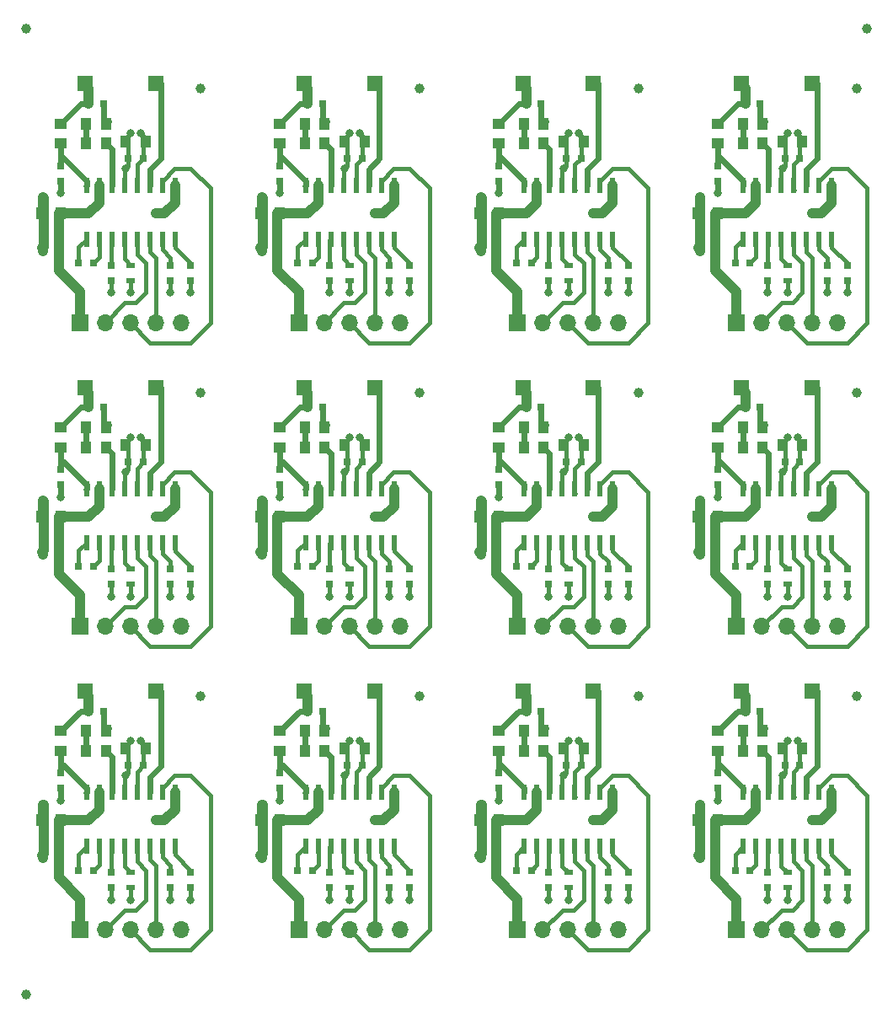
<source format=gtl>
%TF.GenerationSoftware,KiCad,Pcbnew,4.0.7*%
%TF.CreationDate,2018-10-20T21:32:18+02:00*%
%TF.ProjectId,RFID_board_PANNEL,524649445F626F6172645F50414E4E45,rev?*%
%TF.FileFunction,Copper,L1,Top,Signal*%
%FSLAX46Y46*%
G04 Gerber Fmt 4.6, Leading zero omitted, Abs format (unit mm)*
G04 Created by KiCad (PCBNEW 4.0.7) date 2018 October 20, Saturday 21:32:18*
%MOMM*%
%LPD*%
G01*
G04 APERTURE LIST*
%ADD10C,0.100000*%
%ADD11C,1.000000*%
%ADD12R,0.750000X0.800000*%
%ADD13R,0.900000X0.500000*%
%ADD14R,1.700000X1.700000*%
%ADD15O,1.700000X1.700000*%
%ADD16R,0.800000X0.750000*%
%ADD17R,1.500000X1.500000*%
%ADD18R,1.000000X1.250000*%
%ADD19R,0.600000X1.500000*%
%ADD20R,1.250000X1.000000*%
%ADD21C,0.800000*%
%ADD22C,0.400000*%
%ADD23C,0.250000*%
%ADD24C,0.600000*%
%ADD25C,1.000000*%
%ADD26C,0.500000*%
G04 APERTURE END LIST*
D10*
D11*
X239000000Y-18000000D03*
X154500000Y-18000000D03*
X154500000Y-115000000D03*
D12*
X235000000Y-72250000D03*
X235000000Y-73750000D03*
X237000000Y-73750000D03*
X237000000Y-72250000D03*
D13*
X231000000Y-73750000D03*
X231000000Y-72250000D03*
D14*
X225880000Y-78000000D03*
D15*
X228420000Y-78000000D03*
X230960000Y-78000000D03*
X233500000Y-78000000D03*
X236040000Y-78000000D03*
D12*
X229000000Y-73750000D03*
X229000000Y-72250000D03*
D16*
X225750000Y-72000000D03*
X227250000Y-72000000D03*
D17*
X233500000Y-84500000D03*
D11*
X238000000Y-85000000D03*
D17*
X226400000Y-84500000D03*
D16*
X228250000Y-86500000D03*
X226750000Y-86500000D03*
D18*
X222000000Y-97500000D03*
X224000000Y-97500000D03*
D16*
X225750000Y-102500000D03*
X227250000Y-102500000D03*
X222250000Y-99500000D03*
X223750000Y-99500000D03*
D19*
X235445000Y-94700000D03*
X234175000Y-94700000D03*
X232905000Y-94700000D03*
X231635000Y-94700000D03*
X230365000Y-94700000D03*
X229095000Y-94700000D03*
X227825000Y-94700000D03*
X226555000Y-94700000D03*
X226555000Y-100100000D03*
X227825000Y-100100000D03*
X229095000Y-100100000D03*
X230365000Y-100100000D03*
X231635000Y-100100000D03*
X232905000Y-100100000D03*
X234175000Y-100100000D03*
X235445000Y-100100000D03*
D12*
X229000000Y-104250000D03*
X229000000Y-102750000D03*
D18*
X232500000Y-90300000D03*
X230500000Y-90300000D03*
D12*
X224000000Y-94250000D03*
X224000000Y-92750000D03*
D18*
X226500000Y-88500000D03*
X228500000Y-88500000D03*
D16*
X232250000Y-92000000D03*
X230750000Y-92000000D03*
D20*
X224000000Y-90500000D03*
X224000000Y-88500000D03*
D18*
X228500000Y-90500000D03*
X226500000Y-90500000D03*
D12*
X235000000Y-102750000D03*
X235000000Y-104250000D03*
X237000000Y-104250000D03*
X237000000Y-102750000D03*
D14*
X225880000Y-108500000D03*
D15*
X228420000Y-108500000D03*
X230960000Y-108500000D03*
X233500000Y-108500000D03*
X236040000Y-108500000D03*
D13*
X231000000Y-104250000D03*
X231000000Y-102750000D03*
D19*
X235445000Y-64200000D03*
X234175000Y-64200000D03*
X232905000Y-64200000D03*
X231635000Y-64200000D03*
X230365000Y-64200000D03*
X229095000Y-64200000D03*
X227825000Y-64200000D03*
X226555000Y-64200000D03*
X226555000Y-69600000D03*
X227825000Y-69600000D03*
X229095000Y-69600000D03*
X230365000Y-69600000D03*
X231635000Y-69600000D03*
X232905000Y-69600000D03*
X234175000Y-69600000D03*
X235445000Y-69600000D03*
D18*
X222000000Y-67000000D03*
X224000000Y-67000000D03*
D16*
X222250000Y-69000000D03*
X223750000Y-69000000D03*
D12*
X224000000Y-63750000D03*
X224000000Y-62250000D03*
D17*
X226400000Y-54000000D03*
D11*
X238000000Y-54500000D03*
D17*
X233500000Y-54000000D03*
D16*
X228250000Y-56000000D03*
X226750000Y-56000000D03*
D18*
X228500000Y-60000000D03*
X226500000Y-60000000D03*
D20*
X224000000Y-60000000D03*
X224000000Y-58000000D03*
D18*
X226500000Y-58000000D03*
X228500000Y-58000000D03*
X232500000Y-59800000D03*
X230500000Y-59800000D03*
D16*
X232250000Y-61500000D03*
X230750000Y-61500000D03*
D12*
X229000000Y-43250000D03*
X229000000Y-41750000D03*
D13*
X231000000Y-43250000D03*
X231000000Y-41750000D03*
D12*
X237000000Y-43250000D03*
X237000000Y-41750000D03*
D16*
X225750000Y-41500000D03*
X227250000Y-41500000D03*
D14*
X225880000Y-47500000D03*
D15*
X228420000Y-47500000D03*
X230960000Y-47500000D03*
X233500000Y-47500000D03*
X236040000Y-47500000D03*
D12*
X235000000Y-41750000D03*
X235000000Y-43250000D03*
D18*
X232500000Y-29300000D03*
X230500000Y-29300000D03*
D19*
X235445000Y-33700000D03*
X234175000Y-33700000D03*
X232905000Y-33700000D03*
X231635000Y-33700000D03*
X230365000Y-33700000D03*
X229095000Y-33700000D03*
X227825000Y-33700000D03*
X226555000Y-33700000D03*
X226555000Y-39100000D03*
X227825000Y-39100000D03*
X229095000Y-39100000D03*
X230365000Y-39100000D03*
X231635000Y-39100000D03*
X232905000Y-39100000D03*
X234175000Y-39100000D03*
X235445000Y-39100000D03*
D16*
X222250000Y-38500000D03*
X223750000Y-38500000D03*
X232250000Y-31000000D03*
X230750000Y-31000000D03*
D12*
X224000000Y-33250000D03*
X224000000Y-31750000D03*
D18*
X222000000Y-36500000D03*
X224000000Y-36500000D03*
D11*
X238000000Y-24000000D03*
D17*
X233500000Y-23500000D03*
D18*
X228500000Y-29500000D03*
X226500000Y-29500000D03*
D16*
X228250000Y-25500000D03*
X226750000Y-25500000D03*
D20*
X224000000Y-29500000D03*
X224000000Y-27500000D03*
D17*
X226400000Y-23500000D03*
D18*
X226500000Y-27500000D03*
X228500000Y-27500000D03*
D12*
X213000000Y-72250000D03*
X213000000Y-73750000D03*
X215000000Y-73750000D03*
X215000000Y-72250000D03*
D13*
X209000000Y-73750000D03*
X209000000Y-72250000D03*
D14*
X203880000Y-78000000D03*
D15*
X206420000Y-78000000D03*
X208960000Y-78000000D03*
X211500000Y-78000000D03*
X214040000Y-78000000D03*
D12*
X207000000Y-73750000D03*
X207000000Y-72250000D03*
D16*
X203750000Y-72000000D03*
X205250000Y-72000000D03*
D17*
X211500000Y-84500000D03*
D11*
X216000000Y-85000000D03*
D17*
X204400000Y-84500000D03*
D16*
X206250000Y-86500000D03*
X204750000Y-86500000D03*
D18*
X200000000Y-97500000D03*
X202000000Y-97500000D03*
D16*
X203750000Y-102500000D03*
X205250000Y-102500000D03*
X200250000Y-99500000D03*
X201750000Y-99500000D03*
D19*
X213445000Y-94700000D03*
X212175000Y-94700000D03*
X210905000Y-94700000D03*
X209635000Y-94700000D03*
X208365000Y-94700000D03*
X207095000Y-94700000D03*
X205825000Y-94700000D03*
X204555000Y-94700000D03*
X204555000Y-100100000D03*
X205825000Y-100100000D03*
X207095000Y-100100000D03*
X208365000Y-100100000D03*
X209635000Y-100100000D03*
X210905000Y-100100000D03*
X212175000Y-100100000D03*
X213445000Y-100100000D03*
D12*
X207000000Y-104250000D03*
X207000000Y-102750000D03*
D18*
X210500000Y-90300000D03*
X208500000Y-90300000D03*
D12*
X202000000Y-94250000D03*
X202000000Y-92750000D03*
D18*
X204500000Y-88500000D03*
X206500000Y-88500000D03*
D16*
X210250000Y-92000000D03*
X208750000Y-92000000D03*
D20*
X202000000Y-90500000D03*
X202000000Y-88500000D03*
D18*
X206500000Y-90500000D03*
X204500000Y-90500000D03*
D12*
X213000000Y-102750000D03*
X213000000Y-104250000D03*
X215000000Y-104250000D03*
X215000000Y-102750000D03*
D14*
X203880000Y-108500000D03*
D15*
X206420000Y-108500000D03*
X208960000Y-108500000D03*
X211500000Y-108500000D03*
X214040000Y-108500000D03*
D13*
X209000000Y-104250000D03*
X209000000Y-102750000D03*
D19*
X213445000Y-64200000D03*
X212175000Y-64200000D03*
X210905000Y-64200000D03*
X209635000Y-64200000D03*
X208365000Y-64200000D03*
X207095000Y-64200000D03*
X205825000Y-64200000D03*
X204555000Y-64200000D03*
X204555000Y-69600000D03*
X205825000Y-69600000D03*
X207095000Y-69600000D03*
X208365000Y-69600000D03*
X209635000Y-69600000D03*
X210905000Y-69600000D03*
X212175000Y-69600000D03*
X213445000Y-69600000D03*
D18*
X200000000Y-67000000D03*
X202000000Y-67000000D03*
D16*
X200250000Y-69000000D03*
X201750000Y-69000000D03*
D12*
X202000000Y-63750000D03*
X202000000Y-62250000D03*
D17*
X204400000Y-54000000D03*
D11*
X216000000Y-54500000D03*
D17*
X211500000Y-54000000D03*
D16*
X206250000Y-56000000D03*
X204750000Y-56000000D03*
D18*
X206500000Y-60000000D03*
X204500000Y-60000000D03*
D20*
X202000000Y-60000000D03*
X202000000Y-58000000D03*
D18*
X204500000Y-58000000D03*
X206500000Y-58000000D03*
X210500000Y-59800000D03*
X208500000Y-59800000D03*
D16*
X210250000Y-61500000D03*
X208750000Y-61500000D03*
D12*
X207000000Y-43250000D03*
X207000000Y-41750000D03*
D13*
X209000000Y-43250000D03*
X209000000Y-41750000D03*
D12*
X215000000Y-43250000D03*
X215000000Y-41750000D03*
D16*
X203750000Y-41500000D03*
X205250000Y-41500000D03*
D14*
X203880000Y-47500000D03*
D15*
X206420000Y-47500000D03*
X208960000Y-47500000D03*
X211500000Y-47500000D03*
X214040000Y-47500000D03*
D12*
X213000000Y-41750000D03*
X213000000Y-43250000D03*
D18*
X210500000Y-29300000D03*
X208500000Y-29300000D03*
D19*
X213445000Y-33700000D03*
X212175000Y-33700000D03*
X210905000Y-33700000D03*
X209635000Y-33700000D03*
X208365000Y-33700000D03*
X207095000Y-33700000D03*
X205825000Y-33700000D03*
X204555000Y-33700000D03*
X204555000Y-39100000D03*
X205825000Y-39100000D03*
X207095000Y-39100000D03*
X208365000Y-39100000D03*
X209635000Y-39100000D03*
X210905000Y-39100000D03*
X212175000Y-39100000D03*
X213445000Y-39100000D03*
D16*
X200250000Y-38500000D03*
X201750000Y-38500000D03*
X210250000Y-31000000D03*
X208750000Y-31000000D03*
D12*
X202000000Y-33250000D03*
X202000000Y-31750000D03*
D18*
X200000000Y-36500000D03*
X202000000Y-36500000D03*
D11*
X216000000Y-24000000D03*
D17*
X211500000Y-23500000D03*
D18*
X206500000Y-29500000D03*
X204500000Y-29500000D03*
D16*
X206250000Y-25500000D03*
X204750000Y-25500000D03*
D20*
X202000000Y-29500000D03*
X202000000Y-27500000D03*
D17*
X204400000Y-23500000D03*
D18*
X204500000Y-27500000D03*
X206500000Y-27500000D03*
D17*
X182400000Y-54000000D03*
D12*
X185000000Y-43250000D03*
X185000000Y-41750000D03*
D16*
X181750000Y-41500000D03*
X183250000Y-41500000D03*
D14*
X181880000Y-47500000D03*
D15*
X184420000Y-47500000D03*
X186960000Y-47500000D03*
X189500000Y-47500000D03*
X192040000Y-47500000D03*
D12*
X191000000Y-41750000D03*
X191000000Y-43250000D03*
D13*
X187000000Y-43250000D03*
X187000000Y-41750000D03*
D12*
X193000000Y-43250000D03*
X193000000Y-41750000D03*
D18*
X184500000Y-29500000D03*
X182500000Y-29500000D03*
D20*
X180000000Y-29500000D03*
X180000000Y-27500000D03*
D18*
X178000000Y-36500000D03*
X180000000Y-36500000D03*
D16*
X178250000Y-38500000D03*
X179750000Y-38500000D03*
X188250000Y-31000000D03*
X186750000Y-31000000D03*
D18*
X188500000Y-29300000D03*
X186500000Y-29300000D03*
D12*
X180000000Y-33250000D03*
X180000000Y-31750000D03*
D19*
X191445000Y-33700000D03*
X190175000Y-33700000D03*
X188905000Y-33700000D03*
X187635000Y-33700000D03*
X186365000Y-33700000D03*
X185095000Y-33700000D03*
X183825000Y-33700000D03*
X182555000Y-33700000D03*
X182555000Y-39100000D03*
X183825000Y-39100000D03*
X185095000Y-39100000D03*
X186365000Y-39100000D03*
X187635000Y-39100000D03*
X188905000Y-39100000D03*
X190175000Y-39100000D03*
X191445000Y-39100000D03*
D16*
X184250000Y-56000000D03*
X182750000Y-56000000D03*
D18*
X184500000Y-60000000D03*
X182500000Y-60000000D03*
X182500000Y-58000000D03*
X184500000Y-58000000D03*
D20*
X180000000Y-60000000D03*
X180000000Y-58000000D03*
D12*
X180000000Y-63750000D03*
X180000000Y-62250000D03*
D18*
X178000000Y-67000000D03*
X180000000Y-67000000D03*
D19*
X191445000Y-64200000D03*
X190175000Y-64200000D03*
X188905000Y-64200000D03*
X187635000Y-64200000D03*
X186365000Y-64200000D03*
X185095000Y-64200000D03*
X183825000Y-64200000D03*
X182555000Y-64200000D03*
X182555000Y-69600000D03*
X183825000Y-69600000D03*
X185095000Y-69600000D03*
X186365000Y-69600000D03*
X187635000Y-69600000D03*
X188905000Y-69600000D03*
X190175000Y-69600000D03*
X191445000Y-69600000D03*
D16*
X178250000Y-69000000D03*
X179750000Y-69000000D03*
D12*
X191000000Y-72250000D03*
X191000000Y-73750000D03*
X193000000Y-73750000D03*
X193000000Y-72250000D03*
X185000000Y-73750000D03*
X185000000Y-72250000D03*
D16*
X181750000Y-72000000D03*
X183250000Y-72000000D03*
D13*
X187000000Y-73750000D03*
X187000000Y-72250000D03*
D14*
X181880000Y-78000000D03*
D15*
X184420000Y-78000000D03*
X186960000Y-78000000D03*
X189500000Y-78000000D03*
X192040000Y-78000000D03*
D16*
X188250000Y-61500000D03*
X186750000Y-61500000D03*
D18*
X188500000Y-59800000D03*
X186500000Y-59800000D03*
D11*
X194000000Y-54500000D03*
D17*
X189500000Y-54000000D03*
D18*
X182500000Y-27500000D03*
X184500000Y-27500000D03*
D16*
X184250000Y-25500000D03*
X182750000Y-25500000D03*
D17*
X189500000Y-23500000D03*
X182400000Y-23500000D03*
D11*
X194000000Y-24000000D03*
D12*
X180000000Y-94250000D03*
X180000000Y-92750000D03*
D20*
X180000000Y-90500000D03*
X180000000Y-88500000D03*
D16*
X178250000Y-99500000D03*
X179750000Y-99500000D03*
D18*
X178000000Y-97500000D03*
X180000000Y-97500000D03*
X188500000Y-90300000D03*
X186500000Y-90300000D03*
D11*
X194000000Y-85000000D03*
D17*
X189500000Y-84500000D03*
D16*
X181750000Y-102500000D03*
X183250000Y-102500000D03*
D12*
X185000000Y-104250000D03*
X185000000Y-102750000D03*
D14*
X181880000Y-108500000D03*
D15*
X184420000Y-108500000D03*
X186960000Y-108500000D03*
X189500000Y-108500000D03*
X192040000Y-108500000D03*
D12*
X193000000Y-104250000D03*
X193000000Y-102750000D03*
D19*
X191445000Y-94700000D03*
X190175000Y-94700000D03*
X188905000Y-94700000D03*
X187635000Y-94700000D03*
X186365000Y-94700000D03*
X185095000Y-94700000D03*
X183825000Y-94700000D03*
X182555000Y-94700000D03*
X182555000Y-100100000D03*
X183825000Y-100100000D03*
X185095000Y-100100000D03*
X186365000Y-100100000D03*
X187635000Y-100100000D03*
X188905000Y-100100000D03*
X190175000Y-100100000D03*
X191445000Y-100100000D03*
D13*
X187000000Y-104250000D03*
X187000000Y-102750000D03*
D12*
X191000000Y-102750000D03*
X191000000Y-104250000D03*
D16*
X188250000Y-92000000D03*
X186750000Y-92000000D03*
D18*
X184500000Y-90500000D03*
X182500000Y-90500000D03*
X182500000Y-88500000D03*
X184500000Y-88500000D03*
D16*
X184250000Y-86500000D03*
X182750000Y-86500000D03*
D17*
X182400000Y-84500000D03*
D11*
X172000000Y-24000000D03*
D18*
X156000000Y-36500000D03*
X158000000Y-36500000D03*
X166500000Y-29300000D03*
X164500000Y-29300000D03*
D17*
X160400000Y-23500000D03*
X167500000Y-23500000D03*
D16*
X166250000Y-31000000D03*
X164750000Y-31000000D03*
X162250000Y-25500000D03*
X160750000Y-25500000D03*
D13*
X165000000Y-43250000D03*
X165000000Y-41750000D03*
D14*
X159880000Y-47500000D03*
D15*
X162420000Y-47500000D03*
X164960000Y-47500000D03*
X167500000Y-47500000D03*
X170040000Y-47500000D03*
D18*
X162500000Y-29500000D03*
X160500000Y-29500000D03*
X160500000Y-27500000D03*
X162500000Y-27500000D03*
D12*
X158000000Y-33250000D03*
X158000000Y-31750000D03*
D20*
X158000000Y-29500000D03*
X158000000Y-27500000D03*
D16*
X159750000Y-41500000D03*
X161250000Y-41500000D03*
X156250000Y-38500000D03*
X157750000Y-38500000D03*
D19*
X169445000Y-33700000D03*
X168175000Y-33700000D03*
X166905000Y-33700000D03*
X165635000Y-33700000D03*
X164365000Y-33700000D03*
X163095000Y-33700000D03*
X161825000Y-33700000D03*
X160555000Y-33700000D03*
X160555000Y-39100000D03*
X161825000Y-39100000D03*
X163095000Y-39100000D03*
X164365000Y-39100000D03*
X165635000Y-39100000D03*
X166905000Y-39100000D03*
X168175000Y-39100000D03*
X169445000Y-39100000D03*
D12*
X163000000Y-43250000D03*
X163000000Y-41750000D03*
X169000000Y-41750000D03*
X169000000Y-43250000D03*
X171000000Y-43250000D03*
X171000000Y-41750000D03*
X171000000Y-104250000D03*
X171000000Y-102750000D03*
X169000000Y-102750000D03*
X169000000Y-104250000D03*
X163000000Y-104250000D03*
X163000000Y-102750000D03*
D19*
X169445000Y-94700000D03*
X168175000Y-94700000D03*
X166905000Y-94700000D03*
X165635000Y-94700000D03*
X164365000Y-94700000D03*
X163095000Y-94700000D03*
X161825000Y-94700000D03*
X160555000Y-94700000D03*
X160555000Y-100100000D03*
X161825000Y-100100000D03*
X163095000Y-100100000D03*
X164365000Y-100100000D03*
X165635000Y-100100000D03*
X166905000Y-100100000D03*
X168175000Y-100100000D03*
X169445000Y-100100000D03*
D16*
X156250000Y-99500000D03*
X157750000Y-99500000D03*
X159750000Y-102500000D03*
X161250000Y-102500000D03*
D20*
X158000000Y-90500000D03*
X158000000Y-88500000D03*
D12*
X158000000Y-94250000D03*
X158000000Y-92750000D03*
D18*
X160500000Y-88500000D03*
X162500000Y-88500000D03*
X162500000Y-90500000D03*
X160500000Y-90500000D03*
D14*
X159880000Y-108500000D03*
D15*
X162420000Y-108500000D03*
X164960000Y-108500000D03*
X167500000Y-108500000D03*
X170040000Y-108500000D03*
D13*
X165000000Y-104250000D03*
X165000000Y-102750000D03*
D16*
X162250000Y-86500000D03*
X160750000Y-86500000D03*
X166250000Y-92000000D03*
X164750000Y-92000000D03*
D17*
X167500000Y-84500000D03*
X160400000Y-84500000D03*
D18*
X166500000Y-90300000D03*
X164500000Y-90300000D03*
X156000000Y-97500000D03*
X158000000Y-97500000D03*
D11*
X172000000Y-85000000D03*
D12*
X171000000Y-73750000D03*
X171000000Y-72250000D03*
X169000000Y-72250000D03*
X169000000Y-73750000D03*
X163000000Y-73750000D03*
X163000000Y-72250000D03*
D19*
X169445000Y-64200000D03*
X168175000Y-64200000D03*
X166905000Y-64200000D03*
X165635000Y-64200000D03*
X164365000Y-64200000D03*
X163095000Y-64200000D03*
X161825000Y-64200000D03*
X160555000Y-64200000D03*
X160555000Y-69600000D03*
X161825000Y-69600000D03*
X163095000Y-69600000D03*
X164365000Y-69600000D03*
X165635000Y-69600000D03*
X166905000Y-69600000D03*
X168175000Y-69600000D03*
X169445000Y-69600000D03*
D16*
X156250000Y-69000000D03*
X157750000Y-69000000D03*
X159750000Y-72000000D03*
X161250000Y-72000000D03*
D20*
X158000000Y-60000000D03*
X158000000Y-58000000D03*
D12*
X158000000Y-63750000D03*
X158000000Y-62250000D03*
D18*
X160500000Y-58000000D03*
X162500000Y-58000000D03*
X162500000Y-60000000D03*
X160500000Y-60000000D03*
D14*
X159880000Y-78000000D03*
D15*
X162420000Y-78000000D03*
X164960000Y-78000000D03*
X167500000Y-78000000D03*
X170040000Y-78000000D03*
D13*
X165000000Y-73750000D03*
X165000000Y-72250000D03*
D16*
X162250000Y-56000000D03*
X160750000Y-56000000D03*
X166250000Y-61500000D03*
X164750000Y-61500000D03*
D17*
X167500000Y-54000000D03*
X160400000Y-54000000D03*
D18*
X166500000Y-59800000D03*
X164500000Y-59800000D03*
X156000000Y-67000000D03*
X158000000Y-67000000D03*
D11*
X172000000Y-54500000D03*
D21*
X235000000Y-44500000D03*
X229000000Y-44500000D03*
X237000000Y-44500000D03*
X231000000Y-44500000D03*
D11*
X233500000Y-36500000D03*
D21*
X230500000Y-32000000D03*
X222200000Y-40300000D03*
X224000000Y-34500000D03*
X222200000Y-34900000D03*
X231000000Y-28500000D03*
X230500000Y-62500000D03*
X231000000Y-59000000D03*
X231000000Y-105500000D03*
X235000000Y-105500000D03*
X237000000Y-105500000D03*
X229000000Y-105500000D03*
X231000000Y-75000000D03*
X231000000Y-89500000D03*
X229000000Y-75000000D03*
X235000000Y-75000000D03*
D11*
X233500000Y-67000000D03*
D21*
X237000000Y-75000000D03*
X224000000Y-65000000D03*
X222200000Y-70800000D03*
X222200000Y-65400000D03*
X224000000Y-95500000D03*
D11*
X233500000Y-97500000D03*
D21*
X222200000Y-101300000D03*
X222200000Y-95900000D03*
X230500000Y-93000000D03*
X213000000Y-44500000D03*
X207000000Y-44500000D03*
X215000000Y-44500000D03*
X209000000Y-44500000D03*
D11*
X211500000Y-36500000D03*
D21*
X208500000Y-32000000D03*
X200200000Y-40300000D03*
X202000000Y-34500000D03*
X200200000Y-34900000D03*
X209000000Y-28500000D03*
X208500000Y-62500000D03*
X209000000Y-59000000D03*
X209000000Y-105500000D03*
X213000000Y-105500000D03*
X215000000Y-105500000D03*
X207000000Y-105500000D03*
X209000000Y-75000000D03*
X209000000Y-89500000D03*
X207000000Y-75000000D03*
X213000000Y-75000000D03*
D11*
X211500000Y-67000000D03*
D21*
X215000000Y-75000000D03*
X202000000Y-65000000D03*
X200200000Y-70800000D03*
X200200000Y-65400000D03*
X202000000Y-95500000D03*
D11*
X211500000Y-97500000D03*
D21*
X200200000Y-101300000D03*
X200200000Y-95900000D03*
X208500000Y-93000000D03*
X193000000Y-44500000D03*
X185000000Y-44500000D03*
X187000000Y-44500000D03*
X191000000Y-44500000D03*
X191000000Y-75000000D03*
X187000000Y-75000000D03*
X185000000Y-75000000D03*
X193000000Y-75000000D03*
X180000000Y-34500000D03*
X178200000Y-40300000D03*
X178200000Y-34900000D03*
D11*
X189500000Y-36500000D03*
D21*
X187000000Y-28500000D03*
X186500000Y-32000000D03*
X187000000Y-105500000D03*
X185000000Y-105500000D03*
X193000000Y-105500000D03*
X191000000Y-105500000D03*
X178200000Y-65400000D03*
X178200000Y-70800000D03*
X180000000Y-65000000D03*
X187000000Y-59000000D03*
X186500000Y-62500000D03*
D11*
X189500000Y-67000000D03*
D21*
X186500000Y-93000000D03*
X187000000Y-89500000D03*
X178200000Y-101300000D03*
D11*
X189500000Y-97500000D03*
D21*
X178200000Y-95900000D03*
X180000000Y-95500000D03*
X164500000Y-32000000D03*
X158000000Y-34500000D03*
X163000000Y-44500000D03*
X165000000Y-44500000D03*
X169000000Y-44500000D03*
X171000000Y-44500000D03*
D11*
X167500000Y-36500000D03*
D21*
X165000000Y-28500000D03*
X156200000Y-34900000D03*
X156200000Y-40300000D03*
X156200000Y-101300000D03*
X156200000Y-95900000D03*
X165000000Y-89500000D03*
D11*
X167500000Y-97500000D03*
D21*
X171000000Y-105500000D03*
X169000000Y-105500000D03*
X165000000Y-105500000D03*
X163000000Y-105500000D03*
X158000000Y-95500000D03*
X164500000Y-93000000D03*
X156200000Y-70800000D03*
X156200000Y-65400000D03*
X165000000Y-59000000D03*
D11*
X167500000Y-67000000D03*
D21*
X171000000Y-75000000D03*
X169000000Y-75000000D03*
X165000000Y-75000000D03*
X163000000Y-75000000D03*
X158000000Y-65000000D03*
X164500000Y-62500000D03*
X232000000Y-28500000D03*
X232000000Y-59000000D03*
X232000000Y-89500000D03*
X210000000Y-28500000D03*
X210000000Y-59000000D03*
X210000000Y-89500000D03*
X188000000Y-28500000D03*
X188000000Y-59000000D03*
X188000000Y-89500000D03*
X166000000Y-28500000D03*
X166000000Y-89500000D03*
X166000000Y-59000000D03*
D22*
X230750000Y-90500000D02*
X230750000Y-89750000D01*
X230750000Y-90500000D02*
X230750000Y-92000000D01*
D23*
X230365000Y-93135000D02*
X230500000Y-93000000D01*
D22*
X230365000Y-94700000D02*
X230365000Y-93135000D01*
X230750000Y-92000000D02*
X230750000Y-92750000D01*
X230750000Y-92750000D02*
X230500000Y-93000000D01*
D24*
X224000000Y-94250000D02*
X224000000Y-95500000D01*
D25*
X234207106Y-97500000D02*
X233500000Y-97500000D01*
X235445000Y-96450000D02*
X234395000Y-97500000D01*
X234395000Y-97500000D02*
X234207106Y-97500000D01*
D22*
X235000000Y-104250000D02*
X235000000Y-105500000D01*
X237000000Y-104250000D02*
X237000000Y-105500000D01*
D25*
X235445000Y-94700000D02*
X235445000Y-96450000D01*
X222200000Y-95900000D02*
X222200000Y-97300000D01*
X222250000Y-99500000D02*
X222250000Y-95950000D01*
X222200000Y-97300000D02*
X222000000Y-97500000D01*
X222250000Y-95950000D02*
X222200000Y-95900000D01*
X222065685Y-101000000D02*
X222200000Y-101134315D01*
X222250000Y-100815685D02*
X222065685Y-101000000D01*
X222250000Y-99500000D02*
X222250000Y-100875000D01*
X222250000Y-100875000D02*
X222125000Y-101000000D01*
X222125000Y-101000000D02*
X222065685Y-101000000D01*
X222250000Y-100750000D02*
X222250000Y-100815685D01*
X222200000Y-101134315D02*
X222200000Y-101300000D01*
D22*
X231000000Y-104250000D02*
X231000000Y-105500000D01*
X229000000Y-104250000D02*
X229000000Y-105500000D01*
D25*
X234395000Y-67000000D02*
X234207106Y-67000000D01*
X234207106Y-67000000D02*
X233500000Y-67000000D01*
D22*
X230750000Y-61500000D02*
X230750000Y-62250000D01*
X230750000Y-62250000D02*
X230500000Y-62500000D01*
D23*
X230365000Y-62635000D02*
X230500000Y-62500000D01*
D22*
X230365000Y-64200000D02*
X230365000Y-62635000D01*
D25*
X235445000Y-65950000D02*
X234395000Y-67000000D01*
X235445000Y-64200000D02*
X235445000Y-65950000D01*
D22*
X235000000Y-73750000D02*
X235000000Y-75000000D01*
X229000000Y-73750000D02*
X229000000Y-75000000D01*
X231000000Y-73750000D02*
X231000000Y-75000000D01*
X237000000Y-73750000D02*
X237000000Y-75000000D01*
D25*
X222250000Y-69000000D02*
X222250000Y-70375000D01*
X222250000Y-70375000D02*
X222125000Y-70500000D01*
X222250000Y-70315685D02*
X222065685Y-70500000D01*
X222065685Y-70500000D02*
X222200000Y-70634315D01*
X222250000Y-70250000D02*
X222250000Y-70315685D01*
X222125000Y-70500000D02*
X222065685Y-70500000D01*
X222250000Y-65450000D02*
X222200000Y-65400000D01*
X222200000Y-65400000D02*
X222200000Y-66800000D01*
X222200000Y-70634315D02*
X222200000Y-70800000D01*
X222200000Y-66800000D02*
X222000000Y-67000000D01*
X222250000Y-69000000D02*
X222250000Y-65450000D01*
D24*
X224000000Y-63750000D02*
X224000000Y-65000000D01*
D22*
X230750000Y-89750000D02*
X231000000Y-89500000D01*
X230750000Y-59250000D02*
X231000000Y-59000000D01*
X230750000Y-60000000D02*
X230750000Y-61500000D01*
X230750000Y-60000000D02*
X230750000Y-59250000D01*
D25*
X222200000Y-36300000D02*
X222000000Y-36500000D01*
X222200000Y-34900000D02*
X222200000Y-36300000D01*
X222250000Y-34950000D02*
X222200000Y-34900000D01*
X222250000Y-38500000D02*
X222250000Y-34950000D01*
X222250000Y-38500000D02*
X222250000Y-39875000D01*
X222125000Y-40000000D02*
X222065685Y-40000000D01*
X222065685Y-40000000D02*
X222200000Y-40134315D01*
X222250000Y-39815685D02*
X222065685Y-40000000D01*
X222250000Y-39750000D02*
X222250000Y-39815685D01*
X222250000Y-39875000D02*
X222125000Y-40000000D01*
X222200000Y-40134315D02*
X222200000Y-40300000D01*
D24*
X224000000Y-33250000D02*
X224000000Y-34500000D01*
D25*
X235445000Y-33700000D02*
X235445000Y-35450000D01*
X235445000Y-35450000D02*
X234395000Y-36500000D01*
X234395000Y-36500000D02*
X234207106Y-36500000D01*
X234207106Y-36500000D02*
X233500000Y-36500000D01*
D22*
X230750000Y-31000000D02*
X230750000Y-31750000D01*
D23*
X230365000Y-32135000D02*
X230500000Y-32000000D01*
D22*
X230750000Y-29500000D02*
X230750000Y-31000000D01*
X230750000Y-31750000D02*
X230500000Y-32000000D01*
X230365000Y-33700000D02*
X230365000Y-32135000D01*
X230750000Y-29500000D02*
X230750000Y-28750000D01*
X230750000Y-28750000D02*
X231000000Y-28500000D01*
X235000000Y-43250000D02*
X235000000Y-44500000D01*
X237000000Y-43250000D02*
X237000000Y-44500000D01*
X229000000Y-43250000D02*
X229000000Y-44500000D01*
X231000000Y-43250000D02*
X231000000Y-44500000D01*
X208750000Y-90500000D02*
X208750000Y-89750000D01*
X208750000Y-90500000D02*
X208750000Y-92000000D01*
D23*
X208365000Y-93135000D02*
X208500000Y-93000000D01*
D22*
X208365000Y-94700000D02*
X208365000Y-93135000D01*
X208750000Y-92000000D02*
X208750000Y-92750000D01*
X208750000Y-92750000D02*
X208500000Y-93000000D01*
D24*
X202000000Y-94250000D02*
X202000000Y-95500000D01*
D25*
X212207106Y-97500000D02*
X211500000Y-97500000D01*
X213445000Y-96450000D02*
X212395000Y-97500000D01*
X212395000Y-97500000D02*
X212207106Y-97500000D01*
D22*
X213000000Y-104250000D02*
X213000000Y-105500000D01*
X215000000Y-104250000D02*
X215000000Y-105500000D01*
D25*
X213445000Y-94700000D02*
X213445000Y-96450000D01*
X200200000Y-95900000D02*
X200200000Y-97300000D01*
X200250000Y-99500000D02*
X200250000Y-95950000D01*
X200200000Y-97300000D02*
X200000000Y-97500000D01*
X200250000Y-95950000D02*
X200200000Y-95900000D01*
X200065685Y-101000000D02*
X200200000Y-101134315D01*
X200250000Y-100815685D02*
X200065685Y-101000000D01*
X200250000Y-99500000D02*
X200250000Y-100875000D01*
X200250000Y-100875000D02*
X200125000Y-101000000D01*
X200125000Y-101000000D02*
X200065685Y-101000000D01*
X200250000Y-100750000D02*
X200250000Y-100815685D01*
X200200000Y-101134315D02*
X200200000Y-101300000D01*
D22*
X209000000Y-104250000D02*
X209000000Y-105500000D01*
X207000000Y-104250000D02*
X207000000Y-105500000D01*
D25*
X212395000Y-67000000D02*
X212207106Y-67000000D01*
X212207106Y-67000000D02*
X211500000Y-67000000D01*
D22*
X208750000Y-61500000D02*
X208750000Y-62250000D01*
X208750000Y-62250000D02*
X208500000Y-62500000D01*
D23*
X208365000Y-62635000D02*
X208500000Y-62500000D01*
D22*
X208365000Y-64200000D02*
X208365000Y-62635000D01*
D25*
X213445000Y-65950000D02*
X212395000Y-67000000D01*
X213445000Y-64200000D02*
X213445000Y-65950000D01*
D22*
X213000000Y-73750000D02*
X213000000Y-75000000D01*
X207000000Y-73750000D02*
X207000000Y-75000000D01*
X209000000Y-73750000D02*
X209000000Y-75000000D01*
X215000000Y-73750000D02*
X215000000Y-75000000D01*
D25*
X200250000Y-69000000D02*
X200250000Y-70375000D01*
X200250000Y-70375000D02*
X200125000Y-70500000D01*
X200250000Y-70315685D02*
X200065685Y-70500000D01*
X200065685Y-70500000D02*
X200200000Y-70634315D01*
X200250000Y-70250000D02*
X200250000Y-70315685D01*
X200125000Y-70500000D02*
X200065685Y-70500000D01*
X200250000Y-65450000D02*
X200200000Y-65400000D01*
X200200000Y-65400000D02*
X200200000Y-66800000D01*
X200200000Y-70634315D02*
X200200000Y-70800000D01*
X200200000Y-66800000D02*
X200000000Y-67000000D01*
X200250000Y-69000000D02*
X200250000Y-65450000D01*
D24*
X202000000Y-63750000D02*
X202000000Y-65000000D01*
D22*
X208750000Y-89750000D02*
X209000000Y-89500000D01*
X208750000Y-59250000D02*
X209000000Y-59000000D01*
X208750000Y-60000000D02*
X208750000Y-61500000D01*
X208750000Y-60000000D02*
X208750000Y-59250000D01*
D25*
X200200000Y-36300000D02*
X200000000Y-36500000D01*
X200200000Y-34900000D02*
X200200000Y-36300000D01*
X200250000Y-34950000D02*
X200200000Y-34900000D01*
X200250000Y-38500000D02*
X200250000Y-34950000D01*
X200250000Y-38500000D02*
X200250000Y-39875000D01*
X200125000Y-40000000D02*
X200065685Y-40000000D01*
X200065685Y-40000000D02*
X200200000Y-40134315D01*
X200250000Y-39815685D02*
X200065685Y-40000000D01*
X200250000Y-39750000D02*
X200250000Y-39815685D01*
X200250000Y-39875000D02*
X200125000Y-40000000D01*
X200200000Y-40134315D02*
X200200000Y-40300000D01*
D24*
X202000000Y-33250000D02*
X202000000Y-34500000D01*
D25*
X213445000Y-33700000D02*
X213445000Y-35450000D01*
X213445000Y-35450000D02*
X212395000Y-36500000D01*
X212395000Y-36500000D02*
X212207106Y-36500000D01*
X212207106Y-36500000D02*
X211500000Y-36500000D01*
D22*
X208750000Y-31000000D02*
X208750000Y-31750000D01*
D23*
X208365000Y-32135000D02*
X208500000Y-32000000D01*
D22*
X208750000Y-29500000D02*
X208750000Y-31000000D01*
X208750000Y-31750000D02*
X208500000Y-32000000D01*
X208365000Y-33700000D02*
X208365000Y-32135000D01*
X208750000Y-29500000D02*
X208750000Y-28750000D01*
X208750000Y-28750000D02*
X209000000Y-28500000D01*
X213000000Y-43250000D02*
X213000000Y-44500000D01*
X215000000Y-43250000D02*
X215000000Y-44500000D01*
X207000000Y-43250000D02*
X207000000Y-44500000D01*
X209000000Y-43250000D02*
X209000000Y-44500000D01*
D25*
X178250000Y-69000000D02*
X178250000Y-70375000D01*
X178250000Y-70315685D02*
X178065685Y-70500000D01*
X178250000Y-70250000D02*
X178250000Y-70315685D01*
X178065685Y-70500000D02*
X178200000Y-70634315D01*
X178125000Y-70500000D02*
X178065685Y-70500000D01*
X178200000Y-70634315D02*
X178200000Y-70800000D01*
X178250000Y-70375000D02*
X178125000Y-70500000D01*
X178250000Y-69000000D02*
X178250000Y-65450000D01*
X178200000Y-65400000D02*
X178200000Y-66800000D01*
X178200000Y-66800000D02*
X178000000Y-67000000D01*
X178250000Y-65450000D02*
X178200000Y-65400000D01*
X190207106Y-67000000D02*
X189500000Y-67000000D01*
X191445000Y-65950000D02*
X190395000Y-67000000D01*
X190395000Y-67000000D02*
X190207106Y-67000000D01*
D22*
X187000000Y-73750000D02*
X187000000Y-75000000D01*
X185000000Y-73750000D02*
X185000000Y-75000000D01*
X191000000Y-73750000D02*
X191000000Y-75000000D01*
X193000000Y-73750000D02*
X193000000Y-75000000D01*
X193000000Y-104250000D02*
X193000000Y-105500000D01*
X191000000Y-104250000D02*
X191000000Y-105500000D01*
X187000000Y-104250000D02*
X187000000Y-105500000D01*
X185000000Y-104250000D02*
X185000000Y-105500000D01*
D25*
X178250000Y-99500000D02*
X178250000Y-95950000D01*
X178250000Y-95950000D02*
X178200000Y-95900000D01*
X178200000Y-97300000D02*
X178000000Y-97500000D01*
X178200000Y-95900000D02*
X178200000Y-97300000D01*
D24*
X180000000Y-94250000D02*
X180000000Y-95500000D01*
D25*
X178250000Y-99500000D02*
X178250000Y-100875000D01*
X178250000Y-100815685D02*
X178065685Y-101000000D01*
X178250000Y-100750000D02*
X178250000Y-100815685D01*
X178200000Y-101134315D02*
X178200000Y-101300000D01*
X178125000Y-101000000D02*
X178065685Y-101000000D01*
X178250000Y-100875000D02*
X178125000Y-101000000D01*
X178065685Y-101000000D02*
X178200000Y-101134315D01*
D22*
X186365000Y-94700000D02*
X186365000Y-93135000D01*
X186750000Y-92750000D02*
X186500000Y-93000000D01*
X186750000Y-92000000D02*
X186750000Y-92750000D01*
D23*
X186365000Y-93135000D02*
X186500000Y-93000000D01*
D22*
X186750000Y-90500000D02*
X186750000Y-92000000D01*
X186750000Y-90500000D02*
X186750000Y-89750000D01*
X186750000Y-89750000D02*
X187000000Y-89500000D01*
D25*
X191445000Y-96450000D02*
X190395000Y-97500000D01*
X190395000Y-97500000D02*
X190207106Y-97500000D01*
X190207106Y-97500000D02*
X189500000Y-97500000D01*
X191445000Y-94700000D02*
X191445000Y-96450000D01*
D24*
X180000000Y-63750000D02*
X180000000Y-65000000D01*
D25*
X191445000Y-64200000D02*
X191445000Y-65950000D01*
D23*
X186365000Y-62635000D02*
X186500000Y-62500000D01*
D22*
X186750000Y-62250000D02*
X186500000Y-62500000D01*
X186365000Y-64200000D02*
X186365000Y-62635000D01*
X186750000Y-60000000D02*
X186750000Y-61500000D01*
X186750000Y-61500000D02*
X186750000Y-62250000D01*
X186750000Y-60000000D02*
X186750000Y-59250000D01*
X186750000Y-59250000D02*
X187000000Y-59000000D01*
X186750000Y-28750000D02*
X187000000Y-28500000D01*
X186750000Y-29500000D02*
X186750000Y-28750000D01*
D24*
X180000000Y-33250000D02*
X180000000Y-34500000D01*
D22*
X193000000Y-43250000D02*
X193000000Y-44500000D01*
X187000000Y-43250000D02*
X187000000Y-44500000D01*
X185000000Y-43250000D02*
X185000000Y-44500000D01*
X191000000Y-43250000D02*
X191000000Y-44500000D01*
X186750000Y-29500000D02*
X186750000Y-31000000D01*
D23*
X186365000Y-32135000D02*
X186500000Y-32000000D01*
D22*
X186365000Y-33700000D02*
X186365000Y-32135000D01*
X186750000Y-31750000D02*
X186500000Y-32000000D01*
X186750000Y-31000000D02*
X186750000Y-31750000D01*
D25*
X190207106Y-36500000D02*
X189500000Y-36500000D01*
X191445000Y-35450000D02*
X190395000Y-36500000D01*
X190395000Y-36500000D02*
X190207106Y-36500000D01*
X191445000Y-33700000D02*
X191445000Y-35450000D01*
X178200000Y-40134315D02*
X178200000Y-40300000D01*
X178065685Y-40000000D02*
X178200000Y-40134315D01*
X178250000Y-38500000D02*
X178250000Y-34950000D01*
X178250000Y-34950000D02*
X178200000Y-34900000D01*
X178200000Y-34900000D02*
X178200000Y-36300000D01*
X178200000Y-36300000D02*
X178000000Y-36500000D01*
X178125000Y-40000000D02*
X178065685Y-40000000D01*
X178250000Y-39815685D02*
X178065685Y-40000000D01*
X178250000Y-39750000D02*
X178250000Y-39815685D01*
X178250000Y-39875000D02*
X178125000Y-40000000D01*
X178250000Y-38500000D02*
X178250000Y-39875000D01*
D23*
X164365000Y-32135000D02*
X164500000Y-32000000D01*
D24*
X158000000Y-33250000D02*
X158000000Y-34500000D01*
D25*
X156250000Y-39750000D02*
X156250000Y-39815685D01*
X156250000Y-39815685D02*
X156065685Y-40000000D01*
X156250000Y-38500000D02*
X156250000Y-39875000D01*
X156250000Y-39875000D02*
X156125000Y-40000000D01*
X156125000Y-40000000D02*
X156065685Y-40000000D01*
D22*
X163000000Y-43250000D02*
X163000000Y-44500000D01*
X165000000Y-43250000D02*
X165000000Y-44500000D01*
X169000000Y-43250000D02*
X169000000Y-44500000D01*
X171000000Y-43250000D02*
X171000000Y-44500000D01*
D25*
X169445000Y-33700000D02*
X169445000Y-35450000D01*
X169445000Y-35450000D02*
X168395000Y-36500000D01*
X168395000Y-36500000D02*
X168207106Y-36500000D01*
X168207106Y-36500000D02*
X167500000Y-36500000D01*
D22*
X164750000Y-29500000D02*
X164750000Y-28750000D01*
X164750000Y-28750000D02*
X165000000Y-28500000D01*
X164365000Y-33700000D02*
X164365000Y-32135000D01*
X164750000Y-31750000D02*
X164500000Y-32000000D01*
X164750000Y-31000000D02*
X164750000Y-31750000D01*
X164750000Y-29500000D02*
X164750000Y-31000000D01*
D25*
X156250000Y-38500000D02*
X156250000Y-34950000D01*
X156250000Y-34950000D02*
X156200000Y-34900000D01*
X156065685Y-40000000D02*
X156200000Y-40134315D01*
X156200000Y-40134315D02*
X156200000Y-40300000D01*
X156200000Y-36300000D02*
X156000000Y-36500000D01*
X156200000Y-34900000D02*
X156200000Y-36300000D01*
X156200000Y-95900000D02*
X156200000Y-97300000D01*
X156200000Y-97300000D02*
X156000000Y-97500000D01*
X156200000Y-101134315D02*
X156200000Y-101300000D01*
X156065685Y-101000000D02*
X156200000Y-101134315D01*
X156250000Y-95950000D02*
X156200000Y-95900000D01*
X156250000Y-99500000D02*
X156250000Y-95950000D01*
D22*
X164750000Y-90500000D02*
X164750000Y-92000000D01*
X164750000Y-92000000D02*
X164750000Y-92750000D01*
X164750000Y-92750000D02*
X164500000Y-93000000D01*
X164365000Y-94700000D02*
X164365000Y-93135000D01*
X164750000Y-89750000D02*
X165000000Y-89500000D01*
X164750000Y-90500000D02*
X164750000Y-89750000D01*
D25*
X168207106Y-97500000D02*
X167500000Y-97500000D01*
X168395000Y-97500000D02*
X168207106Y-97500000D01*
X169445000Y-96450000D02*
X168395000Y-97500000D01*
X169445000Y-94700000D02*
X169445000Y-96450000D01*
D22*
X171000000Y-104250000D02*
X171000000Y-105500000D01*
X169000000Y-104250000D02*
X169000000Y-105500000D01*
X165000000Y-104250000D02*
X165000000Y-105500000D01*
X163000000Y-104250000D02*
X163000000Y-105500000D01*
D25*
X156125000Y-101000000D02*
X156065685Y-101000000D01*
X156250000Y-100875000D02*
X156125000Y-101000000D01*
X156250000Y-99500000D02*
X156250000Y-100875000D01*
X156250000Y-100815685D02*
X156065685Y-101000000D01*
X156250000Y-100750000D02*
X156250000Y-100815685D01*
D24*
X158000000Y-94250000D02*
X158000000Y-95500000D01*
D23*
X164365000Y-93135000D02*
X164500000Y-93000000D01*
D25*
X156200000Y-65400000D02*
X156200000Y-66800000D01*
X156200000Y-66800000D02*
X156000000Y-67000000D01*
X156200000Y-70634315D02*
X156200000Y-70800000D01*
X156065685Y-70500000D02*
X156200000Y-70634315D01*
X156250000Y-65450000D02*
X156200000Y-65400000D01*
X156250000Y-69000000D02*
X156250000Y-65450000D01*
D22*
X164750000Y-60000000D02*
X164750000Y-61500000D01*
X164750000Y-61500000D02*
X164750000Y-62250000D01*
X164750000Y-62250000D02*
X164500000Y-62500000D01*
X164365000Y-64200000D02*
X164365000Y-62635000D01*
X164750000Y-59250000D02*
X165000000Y-59000000D01*
X164750000Y-60000000D02*
X164750000Y-59250000D01*
D25*
X168207106Y-67000000D02*
X167500000Y-67000000D01*
X168395000Y-67000000D02*
X168207106Y-67000000D01*
X169445000Y-65950000D02*
X168395000Y-67000000D01*
X169445000Y-64200000D02*
X169445000Y-65950000D01*
D22*
X171000000Y-73750000D02*
X171000000Y-75000000D01*
X169000000Y-73750000D02*
X169000000Y-75000000D01*
X165000000Y-73750000D02*
X165000000Y-75000000D01*
X163000000Y-73750000D02*
X163000000Y-75000000D01*
D25*
X156125000Y-70500000D02*
X156065685Y-70500000D01*
X156250000Y-70375000D02*
X156125000Y-70500000D01*
X156250000Y-69000000D02*
X156250000Y-70375000D01*
X156250000Y-70315685D02*
X156065685Y-70500000D01*
X156250000Y-70250000D02*
X156250000Y-70315685D01*
D24*
X158000000Y-63750000D02*
X158000000Y-65000000D01*
D23*
X164365000Y-62635000D02*
X164500000Y-62500000D01*
D22*
X232250000Y-90500000D02*
X232250000Y-92000000D01*
X232250000Y-90500000D02*
X232250000Y-89750000D01*
X231635000Y-94700000D02*
X231635000Y-92615000D01*
D26*
X231635000Y-95150000D02*
X231700000Y-95215000D01*
X231635000Y-94700000D02*
X231635000Y-95150000D01*
D22*
X231635000Y-92615000D02*
X232250000Y-92000000D01*
D25*
X223750000Y-98000000D02*
X223750000Y-97500000D01*
X226775000Y-97500000D02*
X223750000Y-97500000D01*
X227825000Y-96450000D02*
X226775000Y-97500000D01*
X223750000Y-98000000D02*
X223750000Y-97750000D01*
X227825000Y-94700000D02*
X227825000Y-96450000D01*
X225880000Y-105380000D02*
X225880000Y-108500000D01*
X223750000Y-98000000D02*
X223750000Y-99500000D01*
X223750000Y-99500000D02*
X223750000Y-103250000D01*
X223750000Y-103250000D02*
X225880000Y-105380000D01*
D22*
X231635000Y-62115000D02*
X232250000Y-61500000D01*
D26*
X231635000Y-64650000D02*
X231700000Y-64715000D01*
X231635000Y-64200000D02*
X231635000Y-64650000D01*
D22*
X231635000Y-64200000D02*
X231635000Y-62115000D01*
D25*
X223750000Y-67500000D02*
X223750000Y-69000000D01*
X226775000Y-67000000D02*
X223750000Y-67000000D01*
X223750000Y-67500000D02*
X223750000Y-67000000D01*
X223750000Y-67500000D02*
X223750000Y-67250000D01*
X225880000Y-74880000D02*
X225880000Y-78000000D01*
X223750000Y-72750000D02*
X225880000Y-74880000D01*
X223750000Y-69000000D02*
X223750000Y-72750000D01*
X227825000Y-64200000D02*
X227825000Y-65950000D01*
X227825000Y-65950000D02*
X226775000Y-67000000D01*
D22*
X232250000Y-89750000D02*
X232000000Y-89500000D01*
X232250000Y-59250000D02*
X232000000Y-59000000D01*
X232250000Y-60000000D02*
X232250000Y-61500000D01*
X232250000Y-60000000D02*
X232250000Y-59250000D01*
D25*
X226775000Y-36500000D02*
X223750000Y-36500000D01*
X227825000Y-35450000D02*
X226775000Y-36500000D01*
X223750000Y-37000000D02*
X223750000Y-36500000D01*
X223750000Y-37000000D02*
X223750000Y-36750000D01*
X223750000Y-37000000D02*
X223750000Y-38500000D01*
X223750000Y-38500000D02*
X223750000Y-42250000D01*
X223750000Y-42250000D02*
X225880000Y-44380000D01*
X227825000Y-33700000D02*
X227825000Y-35450000D01*
D26*
X231635000Y-34150000D02*
X231700000Y-34215000D01*
D22*
X231635000Y-33700000D02*
X231635000Y-31615000D01*
X231635000Y-31615000D02*
X232250000Y-31000000D01*
D26*
X231635000Y-33700000D02*
X231635000Y-34150000D01*
D22*
X232250000Y-29500000D02*
X232250000Y-31000000D01*
X232250000Y-29500000D02*
X232250000Y-28750000D01*
X232250000Y-28750000D02*
X232000000Y-28500000D01*
D25*
X225880000Y-44380000D02*
X225880000Y-47500000D01*
D22*
X210250000Y-90500000D02*
X210250000Y-92000000D01*
X210250000Y-90500000D02*
X210250000Y-89750000D01*
X209635000Y-94700000D02*
X209635000Y-92615000D01*
D26*
X209635000Y-95150000D02*
X209700000Y-95215000D01*
X209635000Y-94700000D02*
X209635000Y-95150000D01*
D22*
X209635000Y-92615000D02*
X210250000Y-92000000D01*
D25*
X201750000Y-98000000D02*
X201750000Y-97500000D01*
X204775000Y-97500000D02*
X201750000Y-97500000D01*
X205825000Y-96450000D02*
X204775000Y-97500000D01*
X201750000Y-98000000D02*
X201750000Y-97750000D01*
X205825000Y-94700000D02*
X205825000Y-96450000D01*
X203880000Y-105380000D02*
X203880000Y-108500000D01*
X201750000Y-98000000D02*
X201750000Y-99500000D01*
X201750000Y-99500000D02*
X201750000Y-103250000D01*
X201750000Y-103250000D02*
X203880000Y-105380000D01*
D22*
X209635000Y-62115000D02*
X210250000Y-61500000D01*
D26*
X209635000Y-64650000D02*
X209700000Y-64715000D01*
X209635000Y-64200000D02*
X209635000Y-64650000D01*
D22*
X209635000Y-64200000D02*
X209635000Y-62115000D01*
D25*
X201750000Y-67500000D02*
X201750000Y-69000000D01*
X204775000Y-67000000D02*
X201750000Y-67000000D01*
X201750000Y-67500000D02*
X201750000Y-67000000D01*
X201750000Y-67500000D02*
X201750000Y-67250000D01*
X203880000Y-74880000D02*
X203880000Y-78000000D01*
X201750000Y-72750000D02*
X203880000Y-74880000D01*
X201750000Y-69000000D02*
X201750000Y-72750000D01*
X205825000Y-64200000D02*
X205825000Y-65950000D01*
X205825000Y-65950000D02*
X204775000Y-67000000D01*
D22*
X210250000Y-89750000D02*
X210000000Y-89500000D01*
X210250000Y-59250000D02*
X210000000Y-59000000D01*
X210250000Y-60000000D02*
X210250000Y-61500000D01*
X210250000Y-60000000D02*
X210250000Y-59250000D01*
D25*
X204775000Y-36500000D02*
X201750000Y-36500000D01*
X205825000Y-35450000D02*
X204775000Y-36500000D01*
X201750000Y-37000000D02*
X201750000Y-36500000D01*
X201750000Y-37000000D02*
X201750000Y-36750000D01*
X201750000Y-37000000D02*
X201750000Y-38500000D01*
X201750000Y-38500000D02*
X201750000Y-42250000D01*
X201750000Y-42250000D02*
X203880000Y-44380000D01*
X205825000Y-33700000D02*
X205825000Y-35450000D01*
D26*
X209635000Y-34150000D02*
X209700000Y-34215000D01*
D22*
X209635000Y-33700000D02*
X209635000Y-31615000D01*
X209635000Y-31615000D02*
X210250000Y-31000000D01*
D26*
X209635000Y-33700000D02*
X209635000Y-34150000D01*
D22*
X210250000Y-29500000D02*
X210250000Y-31000000D01*
X210250000Y-29500000D02*
X210250000Y-28750000D01*
X210250000Y-28750000D02*
X210000000Y-28500000D01*
D25*
X203880000Y-44380000D02*
X203880000Y-47500000D01*
X181880000Y-74880000D02*
X181880000Y-78000000D01*
X179750000Y-72750000D02*
X181880000Y-74880000D01*
X179750000Y-69000000D02*
X179750000Y-72750000D01*
X179750000Y-67500000D02*
X179750000Y-67250000D01*
X183825000Y-65950000D02*
X182775000Y-67000000D01*
X182775000Y-67000000D02*
X179750000Y-67000000D01*
X179750000Y-67500000D02*
X179750000Y-67000000D01*
X179750000Y-67500000D02*
X179750000Y-69000000D01*
D26*
X187635000Y-64650000D02*
X187700000Y-64715000D01*
D25*
X181880000Y-105380000D02*
X181880000Y-108500000D01*
X179750000Y-103250000D02*
X181880000Y-105380000D01*
X179750000Y-99500000D02*
X179750000Y-103250000D01*
X179750000Y-98000000D02*
X179750000Y-97750000D01*
X179750000Y-98000000D02*
X179750000Y-99500000D01*
X183825000Y-94700000D02*
X183825000Y-96450000D01*
X183825000Y-96450000D02*
X182775000Y-97500000D01*
X182775000Y-97500000D02*
X179750000Y-97500000D01*
X179750000Y-98000000D02*
X179750000Y-97500000D01*
D22*
X187635000Y-92615000D02*
X188250000Y-92000000D01*
X188250000Y-90500000D02*
X188250000Y-89750000D01*
X188250000Y-90500000D02*
X188250000Y-92000000D01*
X188250000Y-89750000D02*
X188000000Y-89500000D01*
D26*
X187635000Y-94700000D02*
X187635000Y-95150000D01*
X187635000Y-95150000D02*
X187700000Y-95215000D01*
D22*
X187635000Y-94700000D02*
X187635000Y-92615000D01*
D25*
X183825000Y-64200000D02*
X183825000Y-65950000D01*
D22*
X187635000Y-64200000D02*
X187635000Y-62115000D01*
D26*
X187635000Y-64200000D02*
X187635000Y-64650000D01*
D22*
X187635000Y-62115000D02*
X188250000Y-61500000D01*
X188250000Y-60000000D02*
X188250000Y-61500000D01*
X188250000Y-60000000D02*
X188250000Y-59250000D01*
X188250000Y-59250000D02*
X188000000Y-59000000D01*
X188250000Y-28750000D02*
X188000000Y-28500000D01*
X188250000Y-29500000D02*
X188250000Y-28750000D01*
D25*
X183825000Y-35450000D02*
X182775000Y-36500000D01*
X183825000Y-33700000D02*
X183825000Y-35450000D01*
X181880000Y-44380000D02*
X181880000Y-47500000D01*
D22*
X187635000Y-33700000D02*
X187635000Y-31615000D01*
D26*
X187635000Y-33700000D02*
X187635000Y-34150000D01*
X187635000Y-34150000D02*
X187700000Y-34215000D01*
D22*
X187635000Y-31615000D02*
X188250000Y-31000000D01*
X188250000Y-29500000D02*
X188250000Y-31000000D01*
D25*
X179750000Y-42250000D02*
X181880000Y-44380000D01*
X179750000Y-38500000D02*
X179750000Y-42250000D01*
X179750000Y-37000000D02*
X179750000Y-36750000D01*
X179750000Y-37000000D02*
X179750000Y-36500000D01*
X179750000Y-37000000D02*
X179750000Y-38500000D01*
X182775000Y-36500000D02*
X179750000Y-36500000D01*
D26*
X165635000Y-34150000D02*
X165700000Y-34215000D01*
X165635000Y-33700000D02*
X165635000Y-34150000D01*
D25*
X157750000Y-37000000D02*
X157750000Y-36750000D01*
X157750000Y-37000000D02*
X157750000Y-36500000D01*
X157750000Y-37000000D02*
X157750000Y-38500000D01*
D22*
X166250000Y-28750000D02*
X166000000Y-28500000D01*
X166250000Y-29500000D02*
X166250000Y-28750000D01*
D25*
X160775000Y-36500000D02*
X157750000Y-36500000D01*
X161825000Y-35450000D02*
X160775000Y-36500000D01*
X161825000Y-33700000D02*
X161825000Y-35450000D01*
D22*
X166250000Y-29500000D02*
X166250000Y-31000000D01*
X165635000Y-31615000D02*
X166250000Y-31000000D01*
X165635000Y-33700000D02*
X165635000Y-31615000D01*
D25*
X157750000Y-38500000D02*
X157750000Y-42250000D01*
X159880000Y-44380000D02*
X159880000Y-47500000D01*
X157750000Y-42250000D02*
X159880000Y-44380000D01*
X157750000Y-103250000D02*
X159880000Y-105380000D01*
X159880000Y-105380000D02*
X159880000Y-108500000D01*
X157750000Y-99500000D02*
X157750000Y-103250000D01*
D22*
X165635000Y-94700000D02*
X165635000Y-92615000D01*
X165635000Y-92615000D02*
X166250000Y-92000000D01*
X166250000Y-90500000D02*
X166250000Y-92000000D01*
D25*
X161825000Y-94700000D02*
X161825000Y-96450000D01*
X161825000Y-96450000D02*
X160775000Y-97500000D01*
X160775000Y-97500000D02*
X157750000Y-97500000D01*
D22*
X166250000Y-90500000D02*
X166250000Y-89750000D01*
X166250000Y-89750000D02*
X166000000Y-89500000D01*
D25*
X157750000Y-98000000D02*
X157750000Y-99500000D01*
X157750000Y-98000000D02*
X157750000Y-97500000D01*
X157750000Y-98000000D02*
X157750000Y-97750000D01*
D26*
X165635000Y-94700000D02*
X165635000Y-95150000D01*
X165635000Y-95150000D02*
X165700000Y-95215000D01*
D25*
X157750000Y-72750000D02*
X159880000Y-74880000D01*
X159880000Y-74880000D02*
X159880000Y-78000000D01*
X157750000Y-69000000D02*
X157750000Y-72750000D01*
D22*
X165635000Y-64200000D02*
X165635000Y-62115000D01*
X165635000Y-62115000D02*
X166250000Y-61500000D01*
X166250000Y-60000000D02*
X166250000Y-61500000D01*
D25*
X161825000Y-64200000D02*
X161825000Y-65950000D01*
X161825000Y-65950000D02*
X160775000Y-67000000D01*
X160775000Y-67000000D02*
X157750000Y-67000000D01*
D22*
X166250000Y-60000000D02*
X166250000Y-59250000D01*
X166250000Y-59250000D02*
X166000000Y-59000000D01*
D25*
X157750000Y-67500000D02*
X157750000Y-69000000D01*
X157750000Y-67500000D02*
X157750000Y-67000000D01*
X157750000Y-67500000D02*
X157750000Y-67250000D01*
D26*
X165635000Y-64200000D02*
X165635000Y-64650000D01*
X165635000Y-64650000D02*
X165700000Y-64715000D01*
D23*
X226400000Y-85150000D02*
X226750000Y-85500000D01*
X226400000Y-84500000D02*
X226400000Y-85150000D01*
D24*
X226750000Y-86500000D02*
X226000000Y-86500000D01*
D25*
X226750000Y-85500000D02*
X226750000Y-85000000D01*
D24*
X226000000Y-86500000D02*
X224000000Y-88500000D01*
D25*
X226750000Y-86500000D02*
X226750000Y-85500000D01*
D24*
X226000000Y-56000000D02*
X224000000Y-58000000D01*
D25*
X226750000Y-55000000D02*
X226750000Y-54500000D01*
D23*
X226400000Y-54000000D02*
X226400000Y-54650000D01*
X226400000Y-54650000D02*
X226750000Y-55000000D01*
D25*
X226750000Y-56000000D02*
X226750000Y-55000000D01*
D24*
X226750000Y-56000000D02*
X226000000Y-56000000D01*
D25*
X226750000Y-24500000D02*
X226750000Y-24000000D01*
X226750000Y-25500000D02*
X226750000Y-24500000D01*
D24*
X226750000Y-25500000D02*
X226000000Y-25500000D01*
D23*
X226400000Y-23500000D02*
X226400000Y-24150000D01*
X226400000Y-24150000D02*
X226750000Y-24500000D01*
D24*
X226000000Y-25500000D02*
X224000000Y-27500000D01*
D23*
X204400000Y-85150000D02*
X204750000Y-85500000D01*
X204400000Y-84500000D02*
X204400000Y-85150000D01*
D24*
X204750000Y-86500000D02*
X204000000Y-86500000D01*
D25*
X204750000Y-85500000D02*
X204750000Y-85000000D01*
D24*
X204000000Y-86500000D02*
X202000000Y-88500000D01*
D25*
X204750000Y-86500000D02*
X204750000Y-85500000D01*
D24*
X204000000Y-56000000D02*
X202000000Y-58000000D01*
D25*
X204750000Y-55000000D02*
X204750000Y-54500000D01*
D23*
X204400000Y-54000000D02*
X204400000Y-54650000D01*
X204400000Y-54650000D02*
X204750000Y-55000000D01*
D25*
X204750000Y-56000000D02*
X204750000Y-55000000D01*
D24*
X204750000Y-56000000D02*
X204000000Y-56000000D01*
D25*
X204750000Y-24500000D02*
X204750000Y-24000000D01*
X204750000Y-25500000D02*
X204750000Y-24500000D01*
D24*
X204750000Y-25500000D02*
X204000000Y-25500000D01*
D23*
X204400000Y-23500000D02*
X204400000Y-24150000D01*
X204400000Y-24150000D02*
X204750000Y-24500000D01*
D24*
X204000000Y-25500000D02*
X202000000Y-27500000D01*
X182000000Y-86500000D02*
X180000000Y-88500000D01*
D25*
X182750000Y-85500000D02*
X182750000Y-85000000D01*
D24*
X182750000Y-86500000D02*
X182000000Y-86500000D01*
D23*
X182400000Y-84500000D02*
X182400000Y-85150000D01*
D25*
X182750000Y-86500000D02*
X182750000Y-85500000D01*
D23*
X182400000Y-85150000D02*
X182750000Y-85500000D01*
X182400000Y-54000000D02*
X182400000Y-54650000D01*
X182400000Y-54650000D02*
X182750000Y-55000000D01*
D25*
X182750000Y-55000000D02*
X182750000Y-54500000D01*
D24*
X182750000Y-56000000D02*
X182000000Y-56000000D01*
D25*
X182750000Y-56000000D02*
X182750000Y-55000000D01*
D24*
X182000000Y-56000000D02*
X180000000Y-58000000D01*
X182000000Y-25500000D02*
X180000000Y-27500000D01*
X182750000Y-25500000D02*
X182000000Y-25500000D01*
D23*
X182400000Y-23500000D02*
X182400000Y-24150000D01*
X182400000Y-24150000D02*
X182750000Y-24500000D01*
D25*
X182750000Y-25500000D02*
X182750000Y-24500000D01*
X182750000Y-24500000D02*
X182750000Y-24000000D01*
D24*
X160000000Y-25500000D02*
X158000000Y-27500000D01*
X160750000Y-25500000D02*
X160000000Y-25500000D01*
D23*
X160400000Y-24150000D02*
X160750000Y-24500000D01*
X160400000Y-23500000D02*
X160400000Y-24150000D01*
D25*
X160750000Y-24500000D02*
X160750000Y-24000000D01*
X160750000Y-25500000D02*
X160750000Y-24500000D01*
X160750000Y-86500000D02*
X160750000Y-85500000D01*
X160750000Y-85500000D02*
X160750000Y-85000000D01*
D23*
X160400000Y-84500000D02*
X160400000Y-85150000D01*
X160400000Y-85150000D02*
X160750000Y-85500000D01*
D24*
X160750000Y-86500000D02*
X160000000Y-86500000D01*
X160000000Y-86500000D02*
X158000000Y-88500000D01*
D25*
X160750000Y-56000000D02*
X160750000Y-55000000D01*
X160750000Y-55000000D02*
X160750000Y-54500000D01*
D23*
X160400000Y-54000000D02*
X160400000Y-54650000D01*
X160400000Y-54650000D02*
X160750000Y-55000000D01*
D24*
X160750000Y-56000000D02*
X160000000Y-56000000D01*
X160000000Y-56000000D02*
X158000000Y-58000000D01*
D22*
X235000000Y-102000000D02*
X235000000Y-102750000D01*
X234175000Y-101175000D02*
X235000000Y-102000000D01*
X234175000Y-100100000D02*
X234175000Y-101175000D01*
X234175000Y-70675000D02*
X235000000Y-71500000D01*
X234175000Y-69600000D02*
X234175000Y-70675000D01*
X235000000Y-71500000D02*
X235000000Y-72250000D01*
X234175000Y-40175000D02*
X235000000Y-41000000D01*
X235000000Y-41000000D02*
X235000000Y-41750000D01*
X234175000Y-39100000D02*
X234175000Y-40175000D01*
X213000000Y-102000000D02*
X213000000Y-102750000D01*
X212175000Y-101175000D02*
X213000000Y-102000000D01*
X212175000Y-100100000D02*
X212175000Y-101175000D01*
X212175000Y-70675000D02*
X213000000Y-71500000D01*
X212175000Y-69600000D02*
X212175000Y-70675000D01*
X213000000Y-71500000D02*
X213000000Y-72250000D01*
X212175000Y-40175000D02*
X213000000Y-41000000D01*
X213000000Y-41000000D02*
X213000000Y-41750000D01*
X212175000Y-39100000D02*
X212175000Y-40175000D01*
X190175000Y-69600000D02*
X190175000Y-70675000D01*
X191000000Y-71500000D02*
X191000000Y-72250000D01*
X190175000Y-70675000D02*
X191000000Y-71500000D01*
X190175000Y-101175000D02*
X191000000Y-102000000D01*
X190175000Y-100100000D02*
X190175000Y-101175000D01*
X191000000Y-102000000D02*
X191000000Y-102750000D01*
X191000000Y-41000000D02*
X191000000Y-41750000D01*
X190175000Y-39100000D02*
X190175000Y-40175000D01*
X190175000Y-40175000D02*
X191000000Y-41000000D01*
X169000000Y-41000000D02*
X169000000Y-41750000D01*
X168175000Y-40175000D02*
X169000000Y-41000000D01*
X168175000Y-39100000D02*
X168175000Y-40175000D01*
X168175000Y-100100000D02*
X168175000Y-101175000D01*
X168175000Y-101175000D02*
X169000000Y-102000000D01*
X169000000Y-102000000D02*
X169000000Y-102750000D01*
X168175000Y-69600000D02*
X168175000Y-70675000D01*
X168175000Y-70675000D02*
X169000000Y-71500000D01*
X169000000Y-71500000D02*
X169000000Y-72250000D01*
X229000000Y-102750000D02*
X229000000Y-100195000D01*
X229000000Y-100195000D02*
X229095000Y-100100000D01*
X229000000Y-72250000D02*
X229000000Y-69695000D01*
X229000000Y-69695000D02*
X229095000Y-69600000D01*
X229000000Y-39195000D02*
X229095000Y-39100000D01*
X229000000Y-41750000D02*
X229000000Y-39195000D01*
X207000000Y-102750000D02*
X207000000Y-100195000D01*
X207000000Y-100195000D02*
X207095000Y-100100000D01*
X207000000Y-72250000D02*
X207000000Y-69695000D01*
X207000000Y-69695000D02*
X207095000Y-69600000D01*
X207000000Y-39195000D02*
X207095000Y-39100000D01*
X207000000Y-41750000D02*
X207000000Y-39195000D01*
X185000000Y-72250000D02*
X185000000Y-69695000D01*
X185000000Y-69695000D02*
X185095000Y-69600000D01*
X185000000Y-100195000D02*
X185095000Y-100100000D01*
X185000000Y-102750000D02*
X185000000Y-100195000D01*
X185000000Y-39195000D02*
X185095000Y-39100000D01*
X185000000Y-41750000D02*
X185000000Y-39195000D01*
X163000000Y-39195000D02*
X163095000Y-39100000D01*
X163000000Y-41750000D02*
X163000000Y-39195000D01*
X163000000Y-102750000D02*
X163000000Y-100195000D01*
X163000000Y-100195000D02*
X163095000Y-100100000D01*
X163000000Y-72250000D02*
X163000000Y-69695000D01*
X163000000Y-69695000D02*
X163095000Y-69600000D01*
X227825000Y-101925000D02*
X227825000Y-100100000D01*
X227250000Y-102500000D02*
X227825000Y-101925000D01*
X227825000Y-71425000D02*
X227825000Y-69600000D01*
X227250000Y-72000000D02*
X227825000Y-71425000D01*
X227250000Y-41500000D02*
X227825000Y-40925000D01*
X227825000Y-40925000D02*
X227825000Y-39100000D01*
X205825000Y-101925000D02*
X205825000Y-100100000D01*
X205250000Y-102500000D02*
X205825000Y-101925000D01*
X205825000Y-71425000D02*
X205825000Y-69600000D01*
X205250000Y-72000000D02*
X205825000Y-71425000D01*
X205250000Y-41500000D02*
X205825000Y-40925000D01*
X205825000Y-40925000D02*
X205825000Y-39100000D01*
X183250000Y-72000000D02*
X183825000Y-71425000D01*
X183825000Y-71425000D02*
X183825000Y-69600000D01*
X183825000Y-101925000D02*
X183825000Y-100100000D01*
X183250000Y-102500000D02*
X183825000Y-101925000D01*
X183250000Y-41500000D02*
X183825000Y-40925000D01*
X183825000Y-40925000D02*
X183825000Y-39100000D01*
X161825000Y-40925000D02*
X161825000Y-39100000D01*
X161250000Y-41500000D02*
X161825000Y-40925000D01*
X161250000Y-102500000D02*
X161825000Y-101925000D01*
X161825000Y-101925000D02*
X161825000Y-100100000D01*
X161250000Y-72000000D02*
X161825000Y-71425000D01*
X161825000Y-71425000D02*
X161825000Y-69600000D01*
X239000000Y-108500000D02*
X239000000Y-95000000D01*
X237000000Y-93000000D02*
X235425000Y-93000000D01*
X234175000Y-94250000D02*
X234175000Y-94700000D01*
X235425000Y-93000000D02*
X234175000Y-94250000D01*
X239000000Y-95000000D02*
X237000000Y-93000000D01*
X233500000Y-110500000D02*
X237000000Y-110500000D01*
X233500000Y-110500000D02*
X232960000Y-110500000D01*
X237000000Y-110500000D02*
X239000000Y-108500000D01*
X232960000Y-110500000D02*
X230960000Y-108500000D01*
X239000000Y-64500000D02*
X237000000Y-62500000D01*
X235425000Y-62500000D02*
X234175000Y-63750000D01*
X237000000Y-62500000D02*
X235425000Y-62500000D01*
X234175000Y-63750000D02*
X234175000Y-64200000D01*
X239000000Y-78000000D02*
X239000000Y-64500000D01*
X233500000Y-80000000D02*
X237000000Y-80000000D01*
X233500000Y-80000000D02*
X232960000Y-80000000D01*
X237000000Y-80000000D02*
X239000000Y-78000000D01*
X232960000Y-80000000D02*
X230960000Y-78000000D01*
X237000000Y-32000000D02*
X235425000Y-32000000D01*
X239000000Y-34000000D02*
X237000000Y-32000000D01*
X235425000Y-32000000D02*
X234175000Y-33250000D01*
X234175000Y-33250000D02*
X234175000Y-33700000D01*
X233500000Y-49500000D02*
X237000000Y-49500000D01*
X237000000Y-49500000D02*
X239000000Y-47500000D01*
X233500000Y-49500000D02*
X232960000Y-49500000D01*
X239000000Y-47500000D02*
X239000000Y-34000000D01*
X232960000Y-49500000D02*
X230960000Y-47500000D01*
X217000000Y-108500000D02*
X217000000Y-95000000D01*
X215000000Y-93000000D02*
X213425000Y-93000000D01*
X212175000Y-94250000D02*
X212175000Y-94700000D01*
X213425000Y-93000000D02*
X212175000Y-94250000D01*
X217000000Y-95000000D02*
X215000000Y-93000000D01*
X211500000Y-110500000D02*
X215000000Y-110500000D01*
X211500000Y-110500000D02*
X210960000Y-110500000D01*
X215000000Y-110500000D02*
X217000000Y-108500000D01*
X210960000Y-110500000D02*
X208960000Y-108500000D01*
X217000000Y-64500000D02*
X215000000Y-62500000D01*
X213425000Y-62500000D02*
X212175000Y-63750000D01*
X215000000Y-62500000D02*
X213425000Y-62500000D01*
X212175000Y-63750000D02*
X212175000Y-64200000D01*
X217000000Y-78000000D02*
X217000000Y-64500000D01*
X211500000Y-80000000D02*
X215000000Y-80000000D01*
X211500000Y-80000000D02*
X210960000Y-80000000D01*
X215000000Y-80000000D02*
X217000000Y-78000000D01*
X210960000Y-80000000D02*
X208960000Y-78000000D01*
X215000000Y-32000000D02*
X213425000Y-32000000D01*
X217000000Y-34000000D02*
X215000000Y-32000000D01*
X213425000Y-32000000D02*
X212175000Y-33250000D01*
X212175000Y-33250000D02*
X212175000Y-33700000D01*
X211500000Y-49500000D02*
X215000000Y-49500000D01*
X215000000Y-49500000D02*
X217000000Y-47500000D01*
X211500000Y-49500000D02*
X210960000Y-49500000D01*
X217000000Y-47500000D02*
X217000000Y-34000000D01*
X210960000Y-49500000D02*
X208960000Y-47500000D01*
X188960000Y-80000000D02*
X186960000Y-78000000D01*
X189500000Y-80000000D02*
X188960000Y-80000000D01*
X189500000Y-80000000D02*
X193000000Y-80000000D01*
X193000000Y-80000000D02*
X195000000Y-78000000D01*
X195000000Y-78000000D02*
X195000000Y-64500000D01*
X189500000Y-110500000D02*
X188960000Y-110500000D01*
X188960000Y-110500000D02*
X186960000Y-108500000D01*
X193000000Y-110500000D02*
X195000000Y-108500000D01*
X189500000Y-110500000D02*
X193000000Y-110500000D01*
X190175000Y-94250000D02*
X190175000Y-94700000D01*
X195000000Y-95000000D02*
X193000000Y-93000000D01*
X191425000Y-93000000D02*
X190175000Y-94250000D01*
X193000000Y-93000000D02*
X191425000Y-93000000D01*
X195000000Y-108500000D02*
X195000000Y-95000000D01*
X193000000Y-62500000D02*
X191425000Y-62500000D01*
X191425000Y-62500000D02*
X190175000Y-63750000D01*
X190175000Y-63750000D02*
X190175000Y-64200000D01*
X195000000Y-64500000D02*
X193000000Y-62500000D01*
X193000000Y-49500000D02*
X195000000Y-47500000D01*
X189500000Y-49500000D02*
X193000000Y-49500000D01*
X188960000Y-49500000D02*
X186960000Y-47500000D01*
X189500000Y-49500000D02*
X188960000Y-49500000D01*
X195000000Y-47500000D02*
X195000000Y-34000000D01*
X190175000Y-33250000D02*
X190175000Y-33700000D01*
X195000000Y-34000000D02*
X193000000Y-32000000D01*
X191425000Y-32000000D02*
X190175000Y-33250000D01*
X193000000Y-32000000D02*
X191425000Y-32000000D01*
X168175000Y-33250000D02*
X168175000Y-33700000D01*
X171000000Y-32000000D02*
X169425000Y-32000000D01*
X169425000Y-32000000D02*
X168175000Y-33250000D01*
X173000000Y-34000000D02*
X171000000Y-32000000D01*
X173000000Y-47500000D02*
X173000000Y-34000000D01*
X171000000Y-49500000D02*
X173000000Y-47500000D01*
X166960000Y-49500000D02*
X164960000Y-47500000D01*
X167500000Y-49500000D02*
X166960000Y-49500000D01*
X167500000Y-49500000D02*
X171000000Y-49500000D01*
X167500000Y-110500000D02*
X171000000Y-110500000D01*
X167500000Y-110500000D02*
X166960000Y-110500000D01*
X166960000Y-110500000D02*
X164960000Y-108500000D01*
X171000000Y-110500000D02*
X173000000Y-108500000D01*
X173000000Y-108500000D02*
X173000000Y-95000000D01*
X173000000Y-95000000D02*
X171000000Y-93000000D01*
X169425000Y-93000000D02*
X168175000Y-94250000D01*
X171000000Y-93000000D02*
X169425000Y-93000000D01*
X168175000Y-94250000D02*
X168175000Y-94700000D01*
X167500000Y-80000000D02*
X171000000Y-80000000D01*
X167500000Y-80000000D02*
X166960000Y-80000000D01*
X166960000Y-80000000D02*
X164960000Y-78000000D01*
X171000000Y-80000000D02*
X173000000Y-78000000D01*
X173000000Y-78000000D02*
X173000000Y-64500000D01*
X173000000Y-64500000D02*
X171000000Y-62500000D01*
X169425000Y-62500000D02*
X168175000Y-63750000D01*
X171000000Y-62500000D02*
X169425000Y-62500000D01*
X168175000Y-63750000D02*
X168175000Y-64200000D01*
X230420000Y-106500000D02*
X228420000Y-108500000D01*
X231500000Y-106500000D02*
X230420000Y-106500000D01*
X232500000Y-105500000D02*
X231500000Y-106500000D01*
X231635000Y-100100000D02*
X231635000Y-101635000D01*
X231635000Y-101635000D02*
X232500000Y-102500000D01*
X232500000Y-102500000D02*
X232500000Y-105500000D01*
X232500000Y-72000000D02*
X232500000Y-75000000D01*
X231500000Y-76000000D02*
X230420000Y-76000000D01*
X232500000Y-75000000D02*
X231500000Y-76000000D01*
X230420000Y-76000000D02*
X228420000Y-78000000D01*
X231635000Y-71135000D02*
X232500000Y-72000000D01*
X231635000Y-69600000D02*
X231635000Y-71135000D01*
X232500000Y-41500000D02*
X232500000Y-44500000D01*
X231635000Y-39100000D02*
X231635000Y-40635000D01*
X231635000Y-40635000D02*
X232500000Y-41500000D01*
X231500000Y-45500000D02*
X230420000Y-45500000D01*
X232500000Y-44500000D02*
X231500000Y-45500000D01*
X230420000Y-45500000D02*
X228420000Y-47500000D01*
X208420000Y-106500000D02*
X206420000Y-108500000D01*
X209500000Y-106500000D02*
X208420000Y-106500000D01*
X210500000Y-105500000D02*
X209500000Y-106500000D01*
X209635000Y-100100000D02*
X209635000Y-101635000D01*
X209635000Y-101635000D02*
X210500000Y-102500000D01*
X210500000Y-102500000D02*
X210500000Y-105500000D01*
X210500000Y-72000000D02*
X210500000Y-75000000D01*
X209500000Y-76000000D02*
X208420000Y-76000000D01*
X210500000Y-75000000D02*
X209500000Y-76000000D01*
X208420000Y-76000000D02*
X206420000Y-78000000D01*
X209635000Y-71135000D02*
X210500000Y-72000000D01*
X209635000Y-69600000D02*
X209635000Y-71135000D01*
X210500000Y-41500000D02*
X210500000Y-44500000D01*
X209635000Y-39100000D02*
X209635000Y-40635000D01*
X209635000Y-40635000D02*
X210500000Y-41500000D01*
X209500000Y-45500000D02*
X208420000Y-45500000D01*
X210500000Y-44500000D02*
X209500000Y-45500000D01*
X208420000Y-45500000D02*
X206420000Y-47500000D01*
X187635000Y-71135000D02*
X188500000Y-72000000D01*
X187635000Y-69600000D02*
X187635000Y-71135000D01*
X186420000Y-76000000D02*
X184420000Y-78000000D01*
X188500000Y-75000000D02*
X187500000Y-76000000D01*
X187500000Y-76000000D02*
X186420000Y-76000000D01*
X188500000Y-72000000D02*
X188500000Y-75000000D01*
X188500000Y-102500000D02*
X188500000Y-105500000D01*
X187500000Y-106500000D02*
X186420000Y-106500000D01*
X188500000Y-105500000D02*
X187500000Y-106500000D01*
X186420000Y-106500000D02*
X184420000Y-108500000D01*
X187635000Y-101635000D02*
X188500000Y-102500000D01*
X187635000Y-100100000D02*
X187635000Y-101635000D01*
X188500000Y-44500000D02*
X187500000Y-45500000D01*
X186420000Y-45500000D02*
X184420000Y-47500000D01*
X187500000Y-45500000D02*
X186420000Y-45500000D01*
X188500000Y-41500000D02*
X188500000Y-44500000D01*
X187635000Y-40635000D02*
X188500000Y-41500000D01*
X187635000Y-39100000D02*
X187635000Y-40635000D01*
X166500000Y-44500000D02*
X165500000Y-45500000D01*
X166500000Y-41500000D02*
X166500000Y-44500000D01*
X165635000Y-40635000D02*
X166500000Y-41500000D01*
X165635000Y-39100000D02*
X165635000Y-40635000D01*
X164420000Y-45500000D02*
X162420000Y-47500000D01*
X165500000Y-45500000D02*
X164420000Y-45500000D01*
X165500000Y-106500000D02*
X164420000Y-106500000D01*
X164420000Y-106500000D02*
X162420000Y-108500000D01*
X165635000Y-100100000D02*
X165635000Y-101635000D01*
X165635000Y-101635000D02*
X166500000Y-102500000D01*
X166500000Y-102500000D02*
X166500000Y-105500000D01*
X166500000Y-105500000D02*
X165500000Y-106500000D01*
X165500000Y-76000000D02*
X164420000Y-76000000D01*
X164420000Y-76000000D02*
X162420000Y-78000000D01*
X165635000Y-69600000D02*
X165635000Y-71135000D01*
X165635000Y-71135000D02*
X166500000Y-72000000D01*
X166500000Y-72000000D02*
X166500000Y-75000000D01*
X166500000Y-75000000D02*
X165500000Y-76000000D01*
X232905000Y-100100000D02*
X232905000Y-101405000D01*
X232905000Y-101405000D02*
X233500000Y-102000000D01*
X233500000Y-102000000D02*
X233500000Y-106080000D01*
X233500000Y-106080000D02*
X233500000Y-108500000D01*
X233500000Y-71500000D02*
X233500000Y-75580000D01*
X233500000Y-75580000D02*
X233500000Y-78000000D01*
X232905000Y-70905000D02*
X233500000Y-71500000D01*
X232905000Y-69600000D02*
X232905000Y-70905000D01*
X233500000Y-41000000D02*
X233500000Y-45080000D01*
X232905000Y-40405000D02*
X233500000Y-41000000D01*
X232905000Y-39100000D02*
X232905000Y-40405000D01*
X233500000Y-45080000D02*
X233500000Y-47500000D01*
X210905000Y-100100000D02*
X210905000Y-101405000D01*
X210905000Y-101405000D02*
X211500000Y-102000000D01*
X211500000Y-102000000D02*
X211500000Y-106080000D01*
X211500000Y-106080000D02*
X211500000Y-108500000D01*
X211500000Y-71500000D02*
X211500000Y-75580000D01*
X211500000Y-75580000D02*
X211500000Y-78000000D01*
X210905000Y-70905000D02*
X211500000Y-71500000D01*
X210905000Y-69600000D02*
X210905000Y-70905000D01*
X211500000Y-41000000D02*
X211500000Y-45080000D01*
X210905000Y-40405000D02*
X211500000Y-41000000D01*
X210905000Y-39100000D02*
X210905000Y-40405000D01*
X211500000Y-45080000D02*
X211500000Y-47500000D01*
X188905000Y-69600000D02*
X188905000Y-70905000D01*
X188905000Y-70905000D02*
X189500000Y-71500000D01*
X189500000Y-71500000D02*
X189500000Y-75580000D01*
X189500000Y-75580000D02*
X189500000Y-78000000D01*
X189500000Y-106080000D02*
X189500000Y-108500000D01*
X189500000Y-102000000D02*
X189500000Y-106080000D01*
X188905000Y-100100000D02*
X188905000Y-101405000D01*
X188905000Y-101405000D02*
X189500000Y-102000000D01*
X189500000Y-45080000D02*
X189500000Y-47500000D01*
X189500000Y-41000000D02*
X189500000Y-45080000D01*
X188905000Y-40405000D02*
X189500000Y-41000000D01*
X188905000Y-39100000D02*
X188905000Y-40405000D01*
X167500000Y-41000000D02*
X167500000Y-45080000D01*
X166905000Y-40405000D02*
X167500000Y-41000000D01*
X166905000Y-39100000D02*
X166905000Y-40405000D01*
X167500000Y-45080000D02*
X167500000Y-47500000D01*
X167500000Y-106080000D02*
X167500000Y-108500000D01*
X166905000Y-100100000D02*
X166905000Y-101405000D01*
X166905000Y-101405000D02*
X167500000Y-102000000D01*
X167500000Y-102000000D02*
X167500000Y-106080000D01*
X167500000Y-75580000D02*
X167500000Y-78000000D01*
X166905000Y-69600000D02*
X166905000Y-70905000D01*
X166905000Y-70905000D02*
X167500000Y-71500000D01*
X167500000Y-71500000D02*
X167500000Y-75580000D01*
D24*
X224000000Y-90500000D02*
X224000000Y-91500000D01*
X224000000Y-91695000D02*
X226555000Y-94250000D01*
X224000000Y-91500000D02*
X224000000Y-92750000D01*
X224000000Y-91500000D02*
X224000000Y-91695000D01*
D26*
X226505000Y-94750000D02*
X226555000Y-94700000D01*
D24*
X226555000Y-94250000D02*
X226555000Y-94700000D01*
X224000000Y-61000000D02*
X224000000Y-61195000D01*
X226555000Y-63750000D02*
X226555000Y-64200000D01*
X224000000Y-61000000D02*
X224000000Y-62250000D01*
X224000000Y-61195000D02*
X226555000Y-63750000D01*
D26*
X226505000Y-64250000D02*
X226555000Y-64200000D01*
D24*
X224000000Y-60000000D02*
X224000000Y-61000000D01*
X224000000Y-30500000D02*
X224000000Y-31750000D01*
X224000000Y-29500000D02*
X224000000Y-30500000D01*
X224000000Y-30500000D02*
X224000000Y-30695000D01*
X226555000Y-33250000D02*
X226555000Y-33700000D01*
X224000000Y-30695000D02*
X226555000Y-33250000D01*
D26*
X226505000Y-33750000D02*
X226555000Y-33700000D01*
D24*
X202000000Y-90500000D02*
X202000000Y-91500000D01*
X202000000Y-91695000D02*
X204555000Y-94250000D01*
X202000000Y-91500000D02*
X202000000Y-92750000D01*
X202000000Y-91500000D02*
X202000000Y-91695000D01*
D26*
X204505000Y-94750000D02*
X204555000Y-94700000D01*
D24*
X204555000Y-94250000D02*
X204555000Y-94700000D01*
X202000000Y-61000000D02*
X202000000Y-61195000D01*
X204555000Y-63750000D02*
X204555000Y-64200000D01*
X202000000Y-61000000D02*
X202000000Y-62250000D01*
X202000000Y-61195000D02*
X204555000Y-63750000D01*
D26*
X204505000Y-64250000D02*
X204555000Y-64200000D01*
D24*
X202000000Y-60000000D02*
X202000000Y-61000000D01*
X202000000Y-30500000D02*
X202000000Y-31750000D01*
X202000000Y-29500000D02*
X202000000Y-30500000D01*
X202000000Y-30500000D02*
X202000000Y-30695000D01*
X204555000Y-33250000D02*
X204555000Y-33700000D01*
X202000000Y-30695000D02*
X204555000Y-33250000D01*
D26*
X204505000Y-33750000D02*
X204555000Y-33700000D01*
D24*
X182555000Y-94250000D02*
X182555000Y-94700000D01*
D26*
X182505000Y-94750000D02*
X182555000Y-94700000D01*
D24*
X180000000Y-91500000D02*
X180000000Y-91695000D01*
X180000000Y-91500000D02*
X180000000Y-92750000D01*
X180000000Y-91695000D02*
X182555000Y-94250000D01*
X180000000Y-90500000D02*
X180000000Y-91500000D01*
D26*
X182505000Y-64250000D02*
X182555000Y-64200000D01*
D24*
X180000000Y-61195000D02*
X182555000Y-63750000D01*
X182555000Y-63750000D02*
X182555000Y-64200000D01*
X180000000Y-61000000D02*
X180000000Y-62250000D01*
X180000000Y-61000000D02*
X180000000Y-61195000D01*
X180000000Y-60000000D02*
X180000000Y-61000000D01*
X180000000Y-29500000D02*
X180000000Y-30500000D01*
X182555000Y-33250000D02*
X182555000Y-33700000D01*
D26*
X182505000Y-33750000D02*
X182555000Y-33700000D01*
D24*
X180000000Y-30695000D02*
X182555000Y-33250000D01*
X180000000Y-30500000D02*
X180000000Y-30695000D01*
X180000000Y-30500000D02*
X180000000Y-31750000D01*
D26*
X160505000Y-33750000D02*
X160555000Y-33700000D01*
D24*
X160555000Y-33250000D02*
X160555000Y-33700000D01*
X158000000Y-30500000D02*
X158000000Y-30695000D01*
X158000000Y-29500000D02*
X158000000Y-30500000D01*
X158000000Y-30695000D02*
X160555000Y-33250000D01*
X158000000Y-30500000D02*
X158000000Y-31750000D01*
X158000000Y-91500000D02*
X158000000Y-92750000D01*
X158000000Y-91695000D02*
X160555000Y-94250000D01*
X158000000Y-90500000D02*
X158000000Y-91500000D01*
X158000000Y-91500000D02*
X158000000Y-91695000D01*
X160555000Y-94250000D02*
X160555000Y-94700000D01*
D26*
X160505000Y-94750000D02*
X160555000Y-94700000D01*
D24*
X158000000Y-61000000D02*
X158000000Y-62250000D01*
X158000000Y-61195000D02*
X160555000Y-63750000D01*
X158000000Y-60000000D02*
X158000000Y-61000000D01*
X158000000Y-61000000D02*
X158000000Y-61195000D01*
X160555000Y-63750000D02*
X160555000Y-64200000D01*
D26*
X160505000Y-64250000D02*
X160555000Y-64200000D01*
D22*
X235445000Y-100945000D02*
X235445000Y-100100000D01*
X237000000Y-102500000D02*
X235445000Y-100945000D01*
X237000000Y-102750000D02*
X237000000Y-102500000D01*
X235445000Y-70445000D02*
X235445000Y-69600000D01*
X237000000Y-72250000D02*
X237000000Y-72000000D01*
X237000000Y-72000000D02*
X235445000Y-70445000D01*
X237000000Y-41500000D02*
X235445000Y-39945000D01*
X235445000Y-39945000D02*
X235445000Y-39100000D01*
X237000000Y-41750000D02*
X237000000Y-41500000D01*
X213445000Y-100945000D02*
X213445000Y-100100000D01*
X215000000Y-102500000D02*
X213445000Y-100945000D01*
X215000000Y-102750000D02*
X215000000Y-102500000D01*
X213445000Y-70445000D02*
X213445000Y-69600000D01*
X215000000Y-72250000D02*
X215000000Y-72000000D01*
X215000000Y-72000000D02*
X213445000Y-70445000D01*
X215000000Y-41500000D02*
X213445000Y-39945000D01*
X213445000Y-39945000D02*
X213445000Y-39100000D01*
X215000000Y-41750000D02*
X215000000Y-41500000D01*
X193000000Y-72250000D02*
X193000000Y-72000000D01*
X193000000Y-72000000D02*
X191445000Y-70445000D01*
X191445000Y-70445000D02*
X191445000Y-69600000D01*
X193000000Y-102750000D02*
X193000000Y-102500000D01*
X193000000Y-102500000D02*
X191445000Y-100945000D01*
X191445000Y-100945000D02*
X191445000Y-100100000D01*
X193000000Y-41500000D02*
X191445000Y-39945000D01*
X191445000Y-39945000D02*
X191445000Y-39100000D01*
X193000000Y-41750000D02*
X193000000Y-41500000D01*
X169445000Y-39945000D02*
X169445000Y-39100000D01*
X171000000Y-41500000D02*
X169445000Y-39945000D01*
X171000000Y-41750000D02*
X171000000Y-41500000D01*
X171000000Y-102750000D02*
X171000000Y-102500000D01*
X171000000Y-102500000D02*
X169445000Y-100945000D01*
X169445000Y-100945000D02*
X169445000Y-100100000D01*
X171000000Y-72250000D02*
X171000000Y-72000000D01*
X171000000Y-72000000D02*
X169445000Y-70445000D01*
X169445000Y-70445000D02*
X169445000Y-69600000D01*
X225750000Y-100905000D02*
X226555000Y-100100000D01*
X225750000Y-102500000D02*
X225750000Y-100905000D01*
X225750000Y-72000000D02*
X225750000Y-70405000D01*
X225750000Y-70405000D02*
X226555000Y-69600000D01*
X225750000Y-39905000D02*
X226555000Y-39100000D01*
X225750000Y-41500000D02*
X225750000Y-39905000D01*
X203750000Y-100905000D02*
X204555000Y-100100000D01*
X203750000Y-102500000D02*
X203750000Y-100905000D01*
X203750000Y-72000000D02*
X203750000Y-70405000D01*
X203750000Y-70405000D02*
X204555000Y-69600000D01*
X203750000Y-39905000D02*
X204555000Y-39100000D01*
X203750000Y-41500000D02*
X203750000Y-39905000D01*
X181750000Y-70405000D02*
X182555000Y-69600000D01*
X181750000Y-72000000D02*
X181750000Y-70405000D01*
X181750000Y-102500000D02*
X181750000Y-100905000D01*
X181750000Y-100905000D02*
X182555000Y-100100000D01*
X181750000Y-39905000D02*
X182555000Y-39100000D01*
X181750000Y-41500000D02*
X181750000Y-39905000D01*
X159750000Y-39905000D02*
X160555000Y-39100000D01*
X159750000Y-41500000D02*
X159750000Y-39905000D01*
X159750000Y-102500000D02*
X159750000Y-100905000D01*
X159750000Y-100905000D02*
X160555000Y-100100000D01*
X159750000Y-72000000D02*
X159750000Y-70405000D01*
X159750000Y-70405000D02*
X160555000Y-69600000D01*
D24*
X228750000Y-88250000D02*
X228500000Y-88500000D01*
X228250000Y-88250000D02*
X228500000Y-88500000D01*
X228250000Y-86500000D02*
X228250000Y-88250000D01*
X228250000Y-56000000D02*
X228250000Y-57750000D01*
X228250000Y-57750000D02*
X228500000Y-58000000D01*
X228750000Y-57750000D02*
X228500000Y-58000000D01*
X228250000Y-25500000D02*
X228250000Y-27250000D01*
X228750000Y-27250000D02*
X228500000Y-27500000D01*
X228250000Y-27250000D02*
X228500000Y-27500000D01*
X206750000Y-88250000D02*
X206500000Y-88500000D01*
X206250000Y-88250000D02*
X206500000Y-88500000D01*
X206250000Y-86500000D02*
X206250000Y-88250000D01*
X206250000Y-56000000D02*
X206250000Y-57750000D01*
X206250000Y-57750000D02*
X206500000Y-58000000D01*
X206750000Y-57750000D02*
X206500000Y-58000000D01*
X206250000Y-25500000D02*
X206250000Y-27250000D01*
X206750000Y-27250000D02*
X206500000Y-27500000D01*
X206250000Y-27250000D02*
X206500000Y-27500000D01*
X184250000Y-88250000D02*
X184500000Y-88500000D01*
X184750000Y-88250000D02*
X184500000Y-88500000D01*
X184250000Y-86500000D02*
X184250000Y-88250000D01*
X184750000Y-57750000D02*
X184500000Y-58000000D01*
X184250000Y-57750000D02*
X184500000Y-58000000D01*
X184250000Y-56000000D02*
X184250000Y-57750000D01*
X184250000Y-25500000D02*
X184250000Y-27250000D01*
X184750000Y-27250000D02*
X184500000Y-27500000D01*
X184250000Y-27250000D02*
X184500000Y-27500000D01*
X162750000Y-27250000D02*
X162500000Y-27500000D01*
X162250000Y-27250000D02*
X162500000Y-27500000D01*
X162250000Y-25500000D02*
X162250000Y-27250000D01*
X162250000Y-86500000D02*
X162250000Y-88250000D01*
X162250000Y-88250000D02*
X162500000Y-88500000D01*
X162750000Y-88250000D02*
X162500000Y-88500000D01*
X162250000Y-56000000D02*
X162250000Y-57750000D01*
X162250000Y-57750000D02*
X162500000Y-58000000D01*
X162750000Y-57750000D02*
X162500000Y-58000000D01*
X226500000Y-88500000D02*
X226500000Y-90500000D01*
X226500000Y-58000000D02*
X226500000Y-60000000D01*
X226500000Y-27500000D02*
X226500000Y-29500000D01*
X204500000Y-88500000D02*
X204500000Y-90500000D01*
X204500000Y-58000000D02*
X204500000Y-60000000D01*
X204500000Y-27500000D02*
X204500000Y-29500000D01*
X182500000Y-88500000D02*
X182500000Y-90500000D01*
X182500000Y-58000000D02*
X182500000Y-60000000D01*
X182500000Y-27500000D02*
X182500000Y-29500000D01*
X160500000Y-27500000D02*
X160500000Y-29500000D01*
X160500000Y-88500000D02*
X160500000Y-90500000D01*
X160500000Y-58000000D02*
X160500000Y-60000000D01*
X228500000Y-90500000D02*
X229095000Y-91095000D01*
X229095000Y-91095000D02*
X229095000Y-94700000D01*
X229095000Y-60595000D02*
X229095000Y-64200000D01*
X228500000Y-60000000D02*
X229095000Y-60595000D01*
X229095000Y-30095000D02*
X229095000Y-33700000D01*
X228500000Y-29500000D02*
X229095000Y-30095000D01*
X206500000Y-90500000D02*
X207095000Y-91095000D01*
X207095000Y-91095000D02*
X207095000Y-94700000D01*
X207095000Y-60595000D02*
X207095000Y-64200000D01*
X206500000Y-60000000D02*
X207095000Y-60595000D01*
X207095000Y-30095000D02*
X207095000Y-33700000D01*
X206500000Y-29500000D02*
X207095000Y-30095000D01*
X185095000Y-91095000D02*
X185095000Y-94700000D01*
X184500000Y-90500000D02*
X185095000Y-91095000D01*
X185095000Y-60595000D02*
X185095000Y-64200000D01*
X184500000Y-60000000D02*
X185095000Y-60595000D01*
X185095000Y-30095000D02*
X185095000Y-33700000D01*
X184500000Y-29500000D02*
X185095000Y-30095000D01*
X163095000Y-30095000D02*
X163095000Y-33700000D01*
X162500000Y-29500000D02*
X163095000Y-30095000D01*
X162500000Y-90500000D02*
X163095000Y-91095000D01*
X163095000Y-91095000D02*
X163095000Y-94700000D01*
X162500000Y-60000000D02*
X163095000Y-60595000D01*
X163095000Y-60595000D02*
X163095000Y-64200000D01*
D22*
X230365000Y-102115000D02*
X230365000Y-100100000D01*
X231000000Y-102750000D02*
X230365000Y-102115000D01*
X230365000Y-71615000D02*
X230365000Y-69600000D01*
X231000000Y-72250000D02*
X230365000Y-71615000D01*
X231000000Y-41750000D02*
X230365000Y-41115000D01*
X230365000Y-41115000D02*
X230365000Y-39100000D01*
X208365000Y-102115000D02*
X208365000Y-100100000D01*
X209000000Y-102750000D02*
X208365000Y-102115000D01*
X208365000Y-71615000D02*
X208365000Y-69600000D01*
X209000000Y-72250000D02*
X208365000Y-71615000D01*
X209000000Y-41750000D02*
X208365000Y-41115000D01*
X208365000Y-41115000D02*
X208365000Y-39100000D01*
X187000000Y-72250000D02*
X186365000Y-71615000D01*
X186365000Y-71615000D02*
X186365000Y-69600000D01*
X187000000Y-102750000D02*
X186365000Y-102115000D01*
X186365000Y-102115000D02*
X186365000Y-100100000D01*
X187000000Y-41750000D02*
X186365000Y-41115000D01*
X186365000Y-41115000D02*
X186365000Y-39100000D01*
X164365000Y-41115000D02*
X164365000Y-39100000D01*
X165000000Y-41750000D02*
X164365000Y-41115000D01*
X165000000Y-102750000D02*
X164365000Y-102115000D01*
X164365000Y-102115000D02*
X164365000Y-100100000D01*
X165000000Y-72250000D02*
X164365000Y-71615000D01*
X164365000Y-71615000D02*
X164365000Y-69600000D01*
D24*
X232905000Y-94700000D02*
X232905000Y-93105035D01*
X232905000Y-93105035D02*
X234000000Y-92010035D01*
X232905000Y-62605035D02*
X234000000Y-61510035D01*
X232905000Y-64200000D02*
X232905000Y-62605035D01*
X234000000Y-92010035D02*
X234000000Y-84500000D01*
X234000000Y-84500000D02*
X233500000Y-84500000D01*
X234000000Y-61510035D02*
X234000000Y-54000000D01*
X234000000Y-54000000D02*
X233500000Y-54000000D01*
X232905000Y-33700000D02*
X232905000Y-32105035D01*
X232905000Y-32105035D02*
X234000000Y-31010035D01*
X234000000Y-23500000D02*
X233500000Y-23500000D01*
X234000000Y-31010035D02*
X234000000Y-23500000D01*
X210905000Y-94700000D02*
X210905000Y-93105035D01*
X210905000Y-93105035D02*
X212000000Y-92010035D01*
X210905000Y-62605035D02*
X212000000Y-61510035D01*
X210905000Y-64200000D02*
X210905000Y-62605035D01*
X212000000Y-92010035D02*
X212000000Y-84500000D01*
X212000000Y-84500000D02*
X211500000Y-84500000D01*
X212000000Y-61510035D02*
X212000000Y-54000000D01*
X212000000Y-54000000D02*
X211500000Y-54000000D01*
X210905000Y-33700000D02*
X210905000Y-32105035D01*
X210905000Y-32105035D02*
X212000000Y-31010035D01*
X212000000Y-23500000D02*
X211500000Y-23500000D01*
X212000000Y-31010035D02*
X212000000Y-23500000D01*
X188905000Y-93105035D02*
X190000000Y-92010035D01*
X190000000Y-84500000D02*
X189500000Y-84500000D01*
X190000000Y-92010035D02*
X190000000Y-84500000D01*
X188905000Y-94700000D02*
X188905000Y-93105035D01*
X188905000Y-64200000D02*
X188905000Y-62605035D01*
X188905000Y-62605035D02*
X190000000Y-61510035D01*
X190000000Y-61510035D02*
X190000000Y-54000000D01*
X190000000Y-54000000D02*
X189500000Y-54000000D01*
X190000000Y-23500000D02*
X189500000Y-23500000D01*
X190000000Y-31010035D02*
X190000000Y-23500000D01*
X188905000Y-32105035D02*
X190000000Y-31010035D01*
X188905000Y-33700000D02*
X188905000Y-32105035D01*
X168000000Y-23500000D02*
X167500000Y-23500000D01*
X166905000Y-32105035D02*
X168000000Y-31010035D01*
X166905000Y-33700000D02*
X166905000Y-32105035D01*
X168000000Y-31010035D02*
X168000000Y-23500000D01*
X168000000Y-92010035D02*
X168000000Y-84500000D01*
X166905000Y-94700000D02*
X166905000Y-93105035D01*
X166905000Y-93105035D02*
X168000000Y-92010035D01*
X168000000Y-84500000D02*
X167500000Y-84500000D01*
X168000000Y-61510035D02*
X168000000Y-54000000D01*
X166905000Y-64200000D02*
X166905000Y-62605035D01*
X166905000Y-62605035D02*
X168000000Y-61510035D01*
X168000000Y-54000000D02*
X167500000Y-54000000D01*
M02*

</source>
